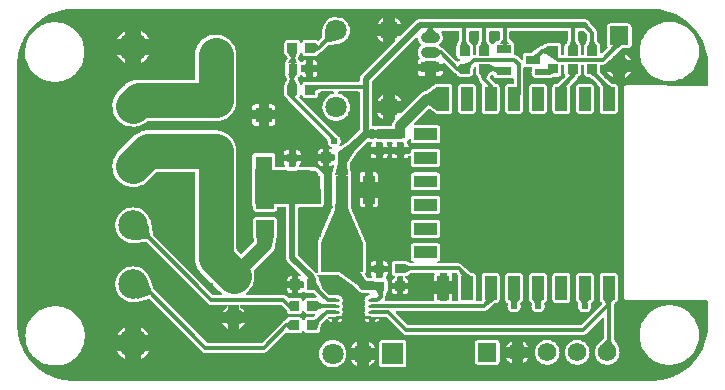
<source format=gtl>
G04 Layer: TopLayer*
G04 EasyEDA v6.4.25, 2021-12-01T16:26:12+03:00*
G04 b03321441de44a4fabc515ecf1a05e19,10*
G04 Gerber Generator version 0.2*
G04 Scale: 100 percent, Rotated: No, Reflected: No *
G04 Dimensions in millimeters *
G04 leading zeros omitted , absolute positions ,4 integer and 5 decimal *
%FSLAX45Y45*%
%MOMM*%

%ADD11C,0.3000*%
%ADD12C,1.2180*%
%ADD13C,0.7080*%
%ADD14C,3.0000*%
%ADD15C,0.9090*%
%ADD16C,0.7000*%
%ADD17C,0.5000*%
%ADD18C,0.5010*%
%ADD19C,0.2970*%
%ADD20C,0.8610*%
%ADD21C,0.2500*%
%ADD22C,0.6096*%
%ADD23R,1.5000X1.3350*%
%ADD24R,1.4707X1.2700*%
%ADD25R,1.0500X2.4650*%
%ADD27R,0.8000X0.9000*%
%ADD29R,0.9000X0.8000*%
%ADD30R,0.8640X0.8065*%
%ADD31R,1.0000X2.0000*%
%ADD33R,1.2500X0.7000*%
%ADD34C,1.8000*%
%ADD36C,1.5748*%
%ADD38C,1.7000*%
%ADD39C,1.6000*%
%ADD40C,2.5000*%
%ADD41R,1.6000X0.9000*%
%ADD42C,0.9000*%
%ADD43C,1.0000*%

%LPD*%
G36*
X-2449779Y-1574088D02*
G01*
X-2480106Y-1573123D01*
X-2509723Y-1570278D01*
X-2539136Y-1565605D01*
X-2568194Y-1559102D01*
X-2596794Y-1550771D01*
X-2624836Y-1540662D01*
X-2652115Y-1528826D01*
X-2678684Y-1515262D01*
X-2704287Y-1500124D01*
X-2728925Y-1483360D01*
X-2752445Y-1465072D01*
X-2774746Y-1445361D01*
X-2795778Y-1424279D01*
X-2815488Y-1401927D01*
X-2833725Y-1378407D01*
X-2850438Y-1353769D01*
X-2865577Y-1328115D01*
X-2879090Y-1301546D01*
X-2890875Y-1274216D01*
X-2900984Y-1246174D01*
X-2909265Y-1217574D01*
X-2915716Y-1188516D01*
X-2920390Y-1159103D01*
X-2923133Y-1129436D01*
X-2924098Y-1099464D01*
X-2924098Y1099464D01*
X-2923133Y1130096D01*
X-2920288Y1159713D01*
X-2915615Y1189126D01*
X-2909112Y1218184D01*
X-2900781Y1246784D01*
X-2890672Y1274826D01*
X-2878836Y1302156D01*
X-2865272Y1328674D01*
X-2850083Y1354277D01*
X-2833319Y1378915D01*
X-2815082Y1402435D01*
X-2795371Y1424736D01*
X-2774289Y1445818D01*
X-2751937Y1465478D01*
X-2728417Y1483715D01*
X-2703728Y1500428D01*
X-2678125Y1515567D01*
X-2651556Y1529080D01*
X-2624226Y1540916D01*
X-2596184Y1550974D01*
X-2567584Y1559255D01*
X-2538526Y1565706D01*
X-2509113Y1570380D01*
X-2479446Y1573174D01*
X-2449474Y1574088D01*
X2449474Y1574088D01*
X2480106Y1573123D01*
X2509723Y1570278D01*
X2539136Y1565605D01*
X2568194Y1559102D01*
X2596794Y1550771D01*
X2624836Y1540662D01*
X2652115Y1528826D01*
X2678684Y1515262D01*
X2704287Y1500124D01*
X2728925Y1483360D01*
X2752445Y1465072D01*
X2774746Y1445361D01*
X2795778Y1424279D01*
X2815488Y1401927D01*
X2833725Y1378407D01*
X2850438Y1353769D01*
X2865577Y1328115D01*
X2879090Y1301546D01*
X2890875Y1274216D01*
X2900984Y1246174D01*
X2909265Y1217574D01*
X2915716Y1188516D01*
X2920390Y1159103D01*
X2923133Y1129436D01*
X2924098Y1099464D01*
X2924098Y932281D01*
X2923286Y928369D01*
X2921101Y925068D01*
X2917748Y922883D01*
X2913837Y922121D01*
X2235962Y927608D01*
X2229662Y926947D01*
X2224176Y925068D01*
X2219248Y922019D01*
X2215134Y917956D01*
X2211984Y913079D01*
X2210054Y907694D01*
X2209292Y901090D01*
X2209292Y-863041D01*
X2209952Y-869137D01*
X2211832Y-874623D01*
X2214880Y-879551D01*
X2218944Y-883666D01*
X2223820Y-886815D01*
X2229256Y-888746D01*
X2235555Y-889508D01*
X2913989Y-894994D01*
X2917901Y-895756D01*
X2921152Y-897991D01*
X2923336Y-901293D01*
X2924098Y-905154D01*
X2924098Y-1099769D01*
X2923133Y-1130096D01*
X2920288Y-1159713D01*
X2915615Y-1189126D01*
X2909112Y-1218184D01*
X2900781Y-1246784D01*
X2890672Y-1274826D01*
X2878836Y-1302156D01*
X2865272Y-1328674D01*
X2850083Y-1354277D01*
X2833319Y-1378915D01*
X2815082Y-1402435D01*
X2795371Y-1424736D01*
X2774289Y-1445818D01*
X2751937Y-1465478D01*
X2728417Y-1483715D01*
X2703728Y-1500428D01*
X2678125Y-1515567D01*
X2651556Y-1529080D01*
X2624226Y-1540916D01*
X2596184Y-1550974D01*
X2567584Y-1559255D01*
X2538526Y-1565706D01*
X2509113Y-1570380D01*
X2479446Y-1573174D01*
X2449474Y-1574088D01*
G37*

%LPC*%
G36*
X121310Y1443278D02*
G01*
X173685Y1443278D01*
X173685Y1495602D01*
X169214Y1493469D01*
X156921Y1485696D01*
X145694Y1476400D01*
X135737Y1465783D01*
X127203Y1453997D01*
G37*
G36*
X-261264Y-1461871D02*
G01*
X-246735Y-1461871D01*
X-232308Y-1460042D01*
X-218186Y-1456436D01*
X-204673Y-1451051D01*
X-191922Y-1444040D01*
X-180136Y-1435506D01*
X-169519Y-1425549D01*
X-160223Y-1414322D01*
X-152450Y-1402029D01*
X-146253Y-1388872D01*
X-141732Y-1375003D01*
X-139039Y-1360728D01*
X-138125Y-1346200D01*
X-139039Y-1331671D01*
X-141732Y-1317396D01*
X-146253Y-1303528D01*
X-152450Y-1290370D01*
X-160223Y-1278077D01*
X-169519Y-1266850D01*
X-180136Y-1256893D01*
X-191922Y-1248359D01*
X-204673Y-1241348D01*
X-218186Y-1235964D01*
X-232308Y-1232357D01*
X-246735Y-1230528D01*
X-261264Y-1230528D01*
X-275691Y-1232357D01*
X-289814Y-1235964D01*
X-303326Y-1241348D01*
X-316077Y-1248359D01*
X-327863Y-1256893D01*
X-338480Y-1266850D01*
X-347776Y-1278077D01*
X-355549Y-1290370D01*
X-361746Y-1303528D01*
X-366268Y-1317396D01*
X-368960Y-1331671D01*
X-369874Y-1346200D01*
X-368960Y-1360728D01*
X-366268Y-1375003D01*
X-361746Y-1388872D01*
X-355549Y-1402029D01*
X-347776Y-1414322D01*
X-338480Y-1425549D01*
X-327863Y-1435506D01*
X-316077Y-1444040D01*
X-303326Y-1451051D01*
X-289814Y-1456436D01*
X-275691Y-1460042D01*
G37*
G36*
X-51358Y-1449933D02*
G01*
X-51358Y-1397558D01*
X-103682Y-1397558D01*
X-101549Y-1402029D01*
X-93776Y-1414322D01*
X-84480Y-1425549D01*
X-73863Y-1435506D01*
X-62077Y-1444040D01*
G37*
G36*
X51358Y-1449933D02*
G01*
X62077Y-1444040D01*
X73863Y-1435506D01*
X84480Y-1425549D01*
X93776Y-1414322D01*
X101549Y-1402029D01*
X103682Y-1397558D01*
X51358Y-1397558D01*
G37*
G36*
X-2604262Y-1445412D02*
G01*
X-2582367Y-1444498D01*
X-2560574Y-1441704D01*
X-2539136Y-1437030D01*
X-2518156Y-1430477D01*
X-2497886Y-1422146D01*
X-2478379Y-1412087D01*
X-2459837Y-1400352D01*
X-2442362Y-1387043D01*
X-2426157Y-1372260D01*
X-2411272Y-1356106D01*
X-2397861Y-1338732D01*
X-2385974Y-1320241D01*
X-2375814Y-1300835D01*
X-2367330Y-1280566D01*
X-2360676Y-1259636D01*
X-2355850Y-1238250D01*
X-2352954Y-1216507D01*
X-2351887Y-1194562D01*
X-2352802Y-1172616D01*
X-2355596Y-1150874D01*
X-2360269Y-1129436D01*
X-2366822Y-1108456D01*
X-2375154Y-1088186D01*
X-2385212Y-1068679D01*
X-2396947Y-1050137D01*
X-2410256Y-1032662D01*
X-2425039Y-1016457D01*
X-2441194Y-1001572D01*
X-2458567Y-988161D01*
X-2477058Y-976274D01*
X-2496464Y-966114D01*
X-2516733Y-957630D01*
X-2537663Y-950976D01*
X-2559050Y-946150D01*
X-2580792Y-943203D01*
X-2602738Y-942187D01*
X-2624683Y-943102D01*
X-2646426Y-945896D01*
X-2667863Y-950569D01*
X-2688844Y-957122D01*
X-2709113Y-965453D01*
X-2728620Y-975512D01*
X-2747162Y-987247D01*
X-2764637Y-1000556D01*
X-2780842Y-1015339D01*
X-2795727Y-1031494D01*
X-2809138Y-1048867D01*
X-2821025Y-1067308D01*
X-2831185Y-1086764D01*
X-2839669Y-1107033D01*
X-2846324Y-1127912D01*
X-2851150Y-1149350D01*
X-2854096Y-1171092D01*
X-2855112Y-1193038D01*
X-2854198Y-1214932D01*
X-2851404Y-1236726D01*
X-2846730Y-1258163D01*
X-2840177Y-1279144D01*
X-2831846Y-1299413D01*
X-2821787Y-1318920D01*
X-2810052Y-1337462D01*
X-2796743Y-1354937D01*
X-2781960Y-1371142D01*
X-2765806Y-1386027D01*
X-2748432Y-1399438D01*
X-2729992Y-1411325D01*
X-2710535Y-1421485D01*
X-2690266Y-1429969D01*
X-2669387Y-1436624D01*
X-2647950Y-1441450D01*
X-2626207Y-1444345D01*
G37*
G36*
X2596388Y-1439062D02*
G01*
X2618333Y-1438148D01*
X2640076Y-1435354D01*
X2661513Y-1430680D01*
X2682494Y-1424127D01*
X2702763Y-1415796D01*
X2722270Y-1405737D01*
X2740812Y-1394002D01*
X2758287Y-1380693D01*
X2774492Y-1365910D01*
X2789377Y-1349756D01*
X2802788Y-1332382D01*
X2814675Y-1313891D01*
X2824835Y-1294485D01*
X2833319Y-1274216D01*
X2839974Y-1253337D01*
X2844800Y-1231900D01*
X2847746Y-1210157D01*
X2848762Y-1188212D01*
X2847848Y-1166266D01*
X2845054Y-1144524D01*
X2840380Y-1123086D01*
X2833827Y-1102106D01*
X2825496Y-1081836D01*
X2815437Y-1062329D01*
X2803702Y-1043787D01*
X2790393Y-1026312D01*
X2775610Y-1010107D01*
X2759456Y-995222D01*
X2742082Y-981811D01*
X2723591Y-969924D01*
X2704185Y-959764D01*
X2683916Y-951280D01*
X2663037Y-944626D01*
X2641600Y-939800D01*
X2619857Y-936853D01*
X2597912Y-935837D01*
X2575966Y-936752D01*
X2554224Y-939546D01*
X2532786Y-944219D01*
X2511806Y-950772D01*
X2491536Y-959103D01*
X2472029Y-969162D01*
X2453487Y-980897D01*
X2436012Y-994206D01*
X2419807Y-1008989D01*
X2404922Y-1025144D01*
X2391511Y-1042517D01*
X2379624Y-1061008D01*
X2369464Y-1080414D01*
X2360980Y-1100683D01*
X2354326Y-1121562D01*
X2349500Y-1143000D01*
X2346553Y-1164742D01*
X2345537Y-1186688D01*
X2346452Y-1208633D01*
X2349246Y-1230376D01*
X2353919Y-1251813D01*
X2360472Y-1272794D01*
X2368804Y-1293063D01*
X2378862Y-1312570D01*
X2390597Y-1331112D01*
X2403906Y-1348587D01*
X2418689Y-1364792D01*
X2434844Y-1379677D01*
X2452217Y-1393088D01*
X2470708Y-1404975D01*
X2490114Y-1415135D01*
X2510383Y-1423619D01*
X2531262Y-1430274D01*
X2552700Y-1435100D01*
X2574442Y-1438046D01*
G37*
G36*
X1562100Y-1438148D02*
G01*
X1575765Y-1437233D01*
X1589176Y-1434541D01*
X1602130Y-1430172D01*
X1614424Y-1424127D01*
X1625803Y-1416507D01*
X1636064Y-1407464D01*
X1645107Y-1397203D01*
X1652727Y-1385824D01*
X1658772Y-1373530D01*
X1663141Y-1360576D01*
X1665833Y-1347165D01*
X1666748Y-1333500D01*
X1665833Y-1319834D01*
X1663141Y-1306423D01*
X1658772Y-1293469D01*
X1652727Y-1281176D01*
X1645107Y-1269796D01*
X1636064Y-1259535D01*
X1625803Y-1250492D01*
X1614424Y-1242872D01*
X1602130Y-1236827D01*
X1589176Y-1232458D01*
X1575765Y-1229766D01*
X1562100Y-1228852D01*
X1548434Y-1229766D01*
X1535023Y-1232458D01*
X1522069Y-1236827D01*
X1509776Y-1242872D01*
X1498396Y-1250492D01*
X1488135Y-1259535D01*
X1479092Y-1269796D01*
X1471472Y-1281176D01*
X1465427Y-1293469D01*
X1461058Y-1306423D01*
X1458366Y-1319834D01*
X1457452Y-1333500D01*
X1458366Y-1347165D01*
X1461058Y-1360576D01*
X1465427Y-1373530D01*
X1471472Y-1385824D01*
X1479092Y-1397203D01*
X1488135Y-1407464D01*
X1498396Y-1416507D01*
X1509776Y-1424127D01*
X1522069Y-1430172D01*
X1535023Y-1434541D01*
X1548434Y-1437233D01*
G37*
G36*
X1816100Y-1438148D02*
G01*
X1829765Y-1437233D01*
X1843176Y-1434541D01*
X1856130Y-1430172D01*
X1868424Y-1424127D01*
X1879803Y-1416507D01*
X1890064Y-1407464D01*
X1899107Y-1397203D01*
X1906727Y-1385824D01*
X1912772Y-1373530D01*
X1917141Y-1360576D01*
X1919833Y-1347165D01*
X1920748Y-1333500D01*
X1919833Y-1319834D01*
X1917141Y-1306423D01*
X1912772Y-1293469D01*
X1906727Y-1281176D01*
X1899107Y-1269796D01*
X1890064Y-1259535D01*
X1879803Y-1250492D01*
X1868424Y-1242872D01*
X1856130Y-1236827D01*
X1843176Y-1232458D01*
X1829765Y-1229766D01*
X1816100Y-1228852D01*
X1802434Y-1229766D01*
X1789023Y-1232458D01*
X1776069Y-1236827D01*
X1763775Y-1242872D01*
X1752396Y-1250492D01*
X1742135Y-1259535D01*
X1733092Y-1269796D01*
X1725472Y-1281176D01*
X1719427Y-1293469D01*
X1715058Y-1306423D01*
X1712366Y-1319834D01*
X1711452Y-1333500D01*
X1712366Y-1347165D01*
X1715058Y-1360576D01*
X1719427Y-1373530D01*
X1725472Y-1385824D01*
X1733092Y-1397203D01*
X1742135Y-1407464D01*
X1752396Y-1416507D01*
X1763775Y-1424127D01*
X1776069Y-1430172D01*
X1789023Y-1434541D01*
X1802434Y-1437233D01*
G37*
G36*
X975918Y-1438148D02*
G01*
X1132281Y-1438148D01*
X1138580Y-1437436D01*
X1144066Y-1435506D01*
X1148943Y-1432458D01*
X1153058Y-1428343D01*
X1156106Y-1423466D01*
X1158036Y-1417980D01*
X1158748Y-1411681D01*
X1158748Y-1255318D01*
X1158036Y-1249019D01*
X1156106Y-1243533D01*
X1153058Y-1238656D01*
X1148943Y-1234541D01*
X1144066Y-1231493D01*
X1138580Y-1229563D01*
X1132281Y-1228852D01*
X975918Y-1228852D01*
X969619Y-1229563D01*
X964133Y-1231493D01*
X959256Y-1234541D01*
X955141Y-1238656D01*
X952093Y-1243533D01*
X950163Y-1249019D01*
X949452Y-1255318D01*
X949452Y-1411681D01*
X950163Y-1417980D01*
X952093Y-1423466D01*
X955141Y-1428343D01*
X959256Y-1432458D01*
X964133Y-1435506D01*
X969619Y-1437436D01*
G37*
G36*
X2070100Y-1438148D02*
G01*
X2083765Y-1437233D01*
X2097176Y-1434541D01*
X2110130Y-1430172D01*
X2122424Y-1424127D01*
X2133803Y-1416507D01*
X2144064Y-1407464D01*
X2153107Y-1397203D01*
X2160727Y-1385824D01*
X2166772Y-1373530D01*
X2171141Y-1360576D01*
X2173833Y-1347165D01*
X2174748Y-1333500D01*
X2173833Y-1319834D01*
X2171141Y-1306423D01*
X2166772Y-1293469D01*
X2160625Y-1281023D01*
X2125726Y-1224127D01*
X2124608Y-1221587D01*
X2124202Y-1218793D01*
X2124202Y-940866D01*
X2125268Y-936345D01*
X2134971Y-916990D01*
X2137359Y-913892D01*
X2140712Y-911961D01*
X2144369Y-910640D01*
X2149246Y-907592D01*
X2153361Y-903478D01*
X2156460Y-898601D01*
X2158339Y-893114D01*
X2159050Y-886815D01*
X2159050Y-687933D01*
X2158339Y-681634D01*
X2156460Y-676148D01*
X2153361Y-671271D01*
X2149246Y-667156D01*
X2144369Y-664108D01*
X2138883Y-662178D01*
X2132584Y-661466D01*
X2033727Y-661466D01*
X2027428Y-662178D01*
X2021941Y-664108D01*
X2017064Y-667156D01*
X2012950Y-671271D01*
X2009851Y-676148D01*
X2007971Y-681634D01*
X2007260Y-687933D01*
X2007260Y-886815D01*
X2007971Y-893114D01*
X2009851Y-898601D01*
X2012950Y-903478D01*
X2017014Y-907542D01*
X2023059Y-911301D01*
X2025802Y-913739D01*
X2027428Y-916990D01*
X2027885Y-920597D01*
X2026970Y-924153D01*
X2024938Y-927150D01*
X1852930Y-1099108D01*
X1849628Y-1101344D01*
X1845767Y-1102106D01*
X389432Y-1102106D01*
X385572Y-1101344D01*
X382270Y-1099108D01*
X281736Y-998575D01*
X279501Y-995273D01*
X278739Y-991362D01*
X279501Y-987501D01*
X281736Y-984199D01*
X284988Y-982014D01*
X288899Y-981202D01*
X1027684Y-981202D01*
X1036167Y-980389D01*
X1043838Y-978052D01*
X1050899Y-974293D01*
X1057452Y-968857D01*
X1074826Y-951687D01*
X1124356Y-915314D01*
X1127201Y-913841D01*
X1138885Y-912621D01*
X1144371Y-910742D01*
X1149248Y-907643D01*
X1153363Y-903579D01*
X1156462Y-898652D01*
X1158341Y-893216D01*
X1159052Y-886866D01*
X1159052Y-688035D01*
X1158341Y-681685D01*
X1156462Y-676249D01*
X1153363Y-671322D01*
X1149248Y-667258D01*
X1144371Y-664159D01*
X1138885Y-662279D01*
X1132586Y-661568D01*
X1033729Y-661568D01*
X1027379Y-662279D01*
X1021943Y-664159D01*
X1017066Y-667258D01*
X1012952Y-671322D01*
X1009853Y-676249D01*
X1007973Y-681685D01*
X1007262Y-688035D01*
X1007262Y-886866D01*
X1006957Y-892302D01*
X1004874Y-896010D01*
X1001420Y-898499D01*
X997305Y-899414D01*
X969010Y-899414D01*
X964844Y-898499D01*
X961440Y-896010D01*
X959307Y-892302D01*
X959053Y-886764D01*
X959053Y-687882D01*
X958342Y-681583D01*
X956462Y-676097D01*
X953363Y-671220D01*
X949248Y-667105D01*
X944371Y-664057D01*
X938885Y-662127D01*
X932586Y-661416D01*
X927150Y-661416D01*
X924001Y-660908D01*
X921105Y-659434D01*
X870407Y-622046D01*
X842060Y-593750D01*
X835507Y-588314D01*
X828446Y-584555D01*
X820775Y-582218D01*
X812292Y-581406D01*
X643737Y-581406D01*
X639775Y-580593D01*
X636473Y-578307D01*
X634288Y-574903D01*
X633577Y-570890D01*
X634542Y-566978D01*
X636930Y-563727D01*
X640384Y-561644D01*
X644296Y-560273D01*
X649173Y-557174D01*
X653288Y-553110D01*
X656386Y-548182D01*
X658266Y-542747D01*
X658977Y-536448D01*
X658977Y-437540D01*
X658266Y-431241D01*
X656386Y-425805D01*
X653288Y-420878D01*
X649173Y-416814D01*
X644296Y-413715D01*
X638810Y-411784D01*
X632510Y-411073D01*
X433628Y-411073D01*
X427329Y-411784D01*
X421843Y-413715D01*
X416966Y-416814D01*
X412851Y-420878D01*
X409803Y-425805D01*
X407873Y-431241D01*
X407162Y-437540D01*
X407162Y-536448D01*
X407873Y-542747D01*
X409803Y-548182D01*
X412851Y-553110D01*
X416966Y-557174D01*
X421843Y-560273D01*
X425754Y-561644D01*
X429259Y-563727D01*
X431647Y-566978D01*
X432562Y-570890D01*
X431901Y-574903D01*
X429717Y-578307D01*
X426364Y-580593D01*
X422401Y-581406D01*
X414223Y-581406D01*
X409651Y-580339D01*
X380796Y-565861D01*
X376834Y-562660D01*
X371906Y-559562D01*
X366471Y-557631D01*
X360121Y-556920D01*
X274878Y-556920D01*
X268528Y-557631D01*
X263093Y-559562D01*
X258165Y-562660D01*
X254101Y-566724D01*
X251002Y-571652D01*
X249123Y-577088D01*
X248412Y-583438D01*
X248412Y-662940D01*
X249123Y-669239D01*
X251002Y-674725D01*
X254101Y-679602D01*
X258165Y-683717D01*
X263093Y-686765D01*
X269138Y-688898D01*
X272694Y-691032D01*
X275132Y-694436D01*
X275945Y-698500D01*
X275132Y-702564D01*
X272694Y-705967D01*
X269138Y-708101D01*
X263093Y-710234D01*
X258165Y-713282D01*
X254101Y-717397D01*
X251002Y-722274D01*
X249123Y-727760D01*
X248412Y-734060D01*
X248412Y-747318D01*
X289560Y-747318D01*
X289560Y-699566D01*
X290322Y-695655D01*
X292506Y-692404D01*
X295808Y-690168D01*
X299720Y-689406D01*
X335280Y-689406D01*
X339191Y-690168D01*
X342493Y-692404D01*
X344678Y-695655D01*
X345440Y-699566D01*
X345440Y-747318D01*
X386588Y-747318D01*
X386588Y-734060D01*
X385876Y-727760D01*
X383997Y-722274D01*
X380898Y-717397D01*
X376834Y-713282D01*
X371906Y-710234D01*
X365861Y-708101D01*
X362305Y-705967D01*
X359867Y-702564D01*
X359054Y-698500D01*
X359867Y-694436D01*
X362305Y-691032D01*
X365861Y-688898D01*
X371906Y-686765D01*
X376834Y-683717D01*
X381660Y-678891D01*
X384302Y-676960D01*
X409651Y-664260D01*
X414223Y-663194D01*
X599998Y-663194D01*
X603808Y-663956D01*
X607060Y-666038D01*
X609244Y-669188D01*
X610158Y-672896D01*
X609600Y-676706D01*
X607974Y-681431D01*
X607263Y-687730D01*
X607263Y-730808D01*
X651814Y-730808D01*
X651814Y-673354D01*
X652576Y-669493D01*
X654761Y-666191D01*
X658063Y-664006D01*
X661974Y-663194D01*
X704342Y-663194D01*
X708253Y-664006D01*
X711504Y-666191D01*
X713740Y-669493D01*
X714502Y-673354D01*
X714502Y-730808D01*
X759053Y-730808D01*
X759053Y-687730D01*
X758342Y-681431D01*
X756716Y-676706D01*
X756158Y-672896D01*
X757072Y-669188D01*
X759256Y-666038D01*
X762508Y-663956D01*
X766318Y-663194D01*
X788619Y-663194D01*
X791972Y-663752D01*
X794918Y-665378D01*
X797204Y-667918D01*
X805738Y-681278D01*
X807059Y-684428D01*
X807262Y-687882D01*
X807262Y-886764D01*
X807008Y-892302D01*
X804875Y-896010D01*
X801471Y-898499D01*
X797306Y-899414D01*
X769010Y-899414D01*
X764844Y-898499D01*
X761390Y-896010D01*
X759307Y-892302D01*
X758901Y-888085D01*
X759053Y-886612D01*
X759053Y-843534D01*
X714502Y-843534D01*
X714502Y-889253D01*
X713740Y-893114D01*
X711504Y-896416D01*
X708253Y-898652D01*
X704342Y-899414D01*
X661974Y-899414D01*
X658063Y-898652D01*
X654761Y-896416D01*
X652576Y-893114D01*
X651814Y-889253D01*
X651814Y-843534D01*
X607263Y-843534D01*
X607263Y-886612D01*
X607415Y-888085D01*
X607009Y-892302D01*
X604875Y-896010D01*
X601472Y-898499D01*
X597306Y-899414D01*
X196342Y-899414D01*
X192227Y-898550D01*
X188874Y-896112D01*
X186740Y-892556D01*
X186182Y-888441D01*
X187350Y-884428D01*
X190144Y-879246D01*
X192481Y-871575D01*
X193294Y-863092D01*
X193294Y-860196D01*
X194005Y-856538D01*
X208737Y-818134D01*
X209854Y-814476D01*
X210616Y-807923D01*
X210616Y-729081D01*
X209905Y-722731D01*
X207975Y-717296D01*
X204927Y-712368D01*
X200812Y-708304D01*
X198932Y-707085D01*
X195986Y-704291D01*
X194360Y-700532D01*
X194360Y-696468D01*
X195986Y-692708D01*
X198932Y-689914D01*
X200812Y-688695D01*
X204927Y-684631D01*
X207975Y-679704D01*
X209905Y-674268D01*
X210616Y-667918D01*
X210616Y-654862D01*
X168554Y-654862D01*
X168554Y-692404D01*
X167792Y-696315D01*
X165557Y-699617D01*
X162255Y-701802D01*
X158394Y-702564D01*
X121005Y-702564D01*
X117144Y-701802D01*
X113842Y-699617D01*
X111607Y-696315D01*
X110845Y-692404D01*
X110845Y-654862D01*
X68783Y-654862D01*
X68783Y-667918D01*
X69494Y-674268D01*
X71424Y-679704D01*
X74472Y-684631D01*
X76555Y-686663D01*
X78689Y-689864D01*
X79502Y-693623D01*
X78841Y-697433D01*
X76809Y-700735D01*
X73710Y-703021D01*
X69951Y-703986D01*
X47752Y-705256D01*
X44246Y-704850D01*
X41046Y-703224D01*
X38608Y-700582D01*
X21590Y-673862D01*
X20167Y-670356D01*
X20167Y-666546D01*
X22504Y-661517D01*
X24384Y-656031D01*
X25095Y-649732D01*
X25095Y-412902D01*
X25806Y-407416D01*
X25400Y-401726D01*
X22402Y-392480D01*
X21386Y-390652D01*
X-99974Y-111455D01*
X-100787Y-106883D01*
X-99415Y-78536D01*
X-99415Y167487D01*
X-99568Y170637D01*
X-106781Y240029D01*
X-105867Y261924D01*
X-105410Y264464D01*
X-104343Y266801D01*
X-53746Y348437D01*
X-52324Y350266D01*
X46024Y448614D01*
X49682Y450951D01*
X53949Y451561D01*
X70459Y450342D01*
X74168Y449326D01*
X77216Y446989D01*
X79197Y443738D01*
X79857Y439928D01*
X79044Y436168D01*
X76860Y433019D01*
X74472Y430631D01*
X71424Y425704D01*
X69494Y420268D01*
X68783Y413918D01*
X68783Y400862D01*
X110845Y400862D01*
X110845Y437997D01*
X111506Y441553D01*
X113385Y444703D01*
X116281Y446938D01*
X119735Y448056D01*
X123393Y447852D01*
X128930Y446532D01*
X140106Y445668D01*
X158394Y445668D01*
X162255Y444855D01*
X165557Y442671D01*
X167792Y439369D01*
X168554Y435508D01*
X168554Y400862D01*
X210616Y400862D01*
X210616Y413918D01*
X209905Y420268D01*
X207975Y425704D01*
X205232Y430072D01*
X203758Y434136D01*
X204114Y438404D01*
X206197Y442163D01*
X209651Y444754D01*
X213867Y445668D01*
X243332Y445668D01*
X247548Y444754D01*
X251002Y442163D01*
X253085Y438404D01*
X253441Y434136D01*
X251967Y430072D01*
X249224Y425704D01*
X247294Y420268D01*
X246583Y413918D01*
X246583Y400862D01*
X288645Y400862D01*
X288645Y435508D01*
X289407Y439369D01*
X291642Y442671D01*
X294944Y444855D01*
X298805Y445668D01*
X317093Y445668D01*
X328269Y446532D01*
X333806Y447852D01*
X337464Y448056D01*
X340969Y446938D01*
X343814Y444703D01*
X345694Y441553D01*
X346354Y437997D01*
X346354Y400862D01*
X388416Y400862D01*
X388416Y413918D01*
X387705Y420268D01*
X385775Y425704D01*
X382727Y430631D01*
X378612Y434695D01*
X376732Y435914D01*
X373786Y438708D01*
X372160Y442468D01*
X372160Y446532D01*
X373786Y450291D01*
X376732Y453085D01*
X378612Y454304D01*
X382727Y458368D01*
X385775Y463296D01*
X387400Y467868D01*
X389483Y471373D01*
X392734Y473760D01*
X396646Y474675D01*
X400659Y474014D01*
X404063Y471830D01*
X406349Y468477D01*
X407873Y456946D01*
X409752Y451459D01*
X412851Y446582D01*
X416966Y442468D01*
X421843Y439369D01*
X427278Y437489D01*
X433628Y436778D01*
X632460Y436778D01*
X638810Y437489D01*
X644245Y439369D01*
X649173Y442468D01*
X653237Y446582D01*
X656336Y451459D01*
X658266Y456946D01*
X658977Y463245D01*
X658977Y562102D01*
X658266Y568401D01*
X656336Y573887D01*
X653237Y578764D01*
X649173Y582879D01*
X644245Y585978D01*
X638810Y587857D01*
X632460Y588568D01*
X443941Y588568D01*
X440029Y589330D01*
X436727Y591566D01*
X434543Y594868D01*
X433781Y598728D01*
X434543Y602640D01*
X436727Y605942D01*
X554482Y723646D01*
X557276Y725627D01*
X560628Y726592D01*
X564032Y726338D01*
X567232Y724966D01*
X618693Y691286D01*
X621741Y689559D01*
X627380Y687578D01*
X633730Y686866D01*
X732586Y686866D01*
X738886Y687578D01*
X744372Y689508D01*
X749249Y692556D01*
X753364Y696671D01*
X756462Y701548D01*
X758342Y707034D01*
X759053Y713333D01*
X759053Y912215D01*
X758342Y918514D01*
X756462Y924001D01*
X753364Y928878D01*
X749249Y932992D01*
X744372Y936040D01*
X738886Y937971D01*
X732586Y938682D01*
X633730Y938682D01*
X627430Y937971D01*
X621639Y935939D01*
X618693Y934262D01*
X539445Y882446D01*
X536244Y881075D01*
X524814Y878332D01*
X514807Y874217D01*
X505561Y868578D01*
X497078Y861263D01*
X329082Y693318D01*
X325780Y691083D01*
X321919Y690321D01*
X276402Y690321D01*
X276402Y644804D01*
X275640Y640943D01*
X273405Y637641D01*
X269036Y633222D01*
X261721Y624738D01*
X256082Y615492D01*
X251967Y605485D01*
X249428Y594969D01*
X249275Y592937D01*
X248259Y589280D01*
X246024Y586282D01*
X242824Y584250D01*
X239115Y583539D01*
X140106Y583539D01*
X128930Y582676D01*
X120599Y580694D01*
X118211Y580390D01*
X94996Y580390D01*
X87579Y579983D01*
X83515Y580542D01*
X80010Y582726D01*
X77622Y586079D01*
X76809Y590092D01*
X76809Y953109D01*
X77571Y957021D01*
X79806Y960272D01*
X449122Y1329639D01*
X452272Y1331772D01*
X456031Y1332585D01*
X459841Y1331976D01*
X463092Y1329994D01*
X465429Y1326946D01*
X469087Y1311605D01*
X473354Y1301343D01*
X479145Y1291844D01*
X486359Y1283360D01*
X493014Y1277721D01*
X495655Y1274267D01*
X496570Y1270000D01*
X495655Y1265732D01*
X493014Y1262278D01*
X486359Y1256639D01*
X479145Y1248156D01*
X473354Y1238656D01*
X469087Y1228394D01*
X466496Y1217574D01*
X465632Y1206500D01*
X466496Y1195425D01*
X469087Y1184605D01*
X473354Y1174343D01*
X479145Y1164844D01*
X481380Y1162202D01*
X483463Y1158392D01*
X483717Y1154074D01*
X482142Y1150061D01*
X479094Y1147013D01*
X475386Y1144727D01*
X471271Y1140612D01*
X468223Y1135735D01*
X466293Y1130249D01*
X465582Y1123950D01*
X465582Y1108354D01*
X525170Y1108354D01*
X525170Y1125524D01*
X525983Y1129588D01*
X528421Y1132992D01*
X531977Y1135126D01*
X536905Y1135583D01*
X606094Y1135583D01*
X611022Y1135126D01*
X614578Y1132992D01*
X617016Y1129588D01*
X617829Y1125524D01*
X617829Y1108354D01*
X677468Y1108354D01*
X678535Y1112012D01*
X680872Y1114958D01*
X684174Y1116888D01*
X687933Y1117498D01*
X691591Y1116634D01*
X694740Y1114501D01*
X770178Y1039114D01*
X776681Y1033729D01*
X784961Y1029411D01*
X787654Y1027379D01*
X794969Y1019657D01*
X800201Y1011224D01*
X804265Y1007160D01*
X809193Y1004062D01*
X814628Y1002131D01*
X820978Y1001420D01*
X906221Y1001420D01*
X912571Y1002131D01*
X918006Y1004062D01*
X922934Y1007160D01*
X926998Y1011224D01*
X930097Y1016152D01*
X931976Y1021587D01*
X932687Y1027937D01*
X932687Y1055674D01*
X933348Y1059230D01*
X939952Y1076553D01*
X942086Y1079957D01*
X945337Y1082243D01*
X949248Y1083106D01*
X953211Y1082395D01*
X956564Y1080211D01*
X958799Y1076909D01*
X959612Y1072946D01*
X959612Y1027937D01*
X960323Y1021587D01*
X962202Y1016152D01*
X965301Y1011224D01*
X969365Y1007160D01*
X973378Y1004163D01*
X974953Y1001877D01*
X987196Y977392D01*
X988263Y973836D01*
X988618Y969924D01*
X990955Y962253D01*
X994714Y955192D01*
X1000150Y948639D01*
X1009853Y938885D01*
X1011834Y936091D01*
X1012748Y932840D01*
X1012596Y929436D01*
X1011275Y926287D01*
X1009853Y924052D01*
X1007973Y918616D01*
X1007262Y912266D01*
X1007262Y713435D01*
X1007973Y707085D01*
X1009853Y701649D01*
X1012952Y696722D01*
X1017066Y692658D01*
X1021943Y689559D01*
X1027379Y687679D01*
X1033729Y686917D01*
X1132586Y686917D01*
X1138885Y687679D01*
X1144371Y689559D01*
X1149248Y692658D01*
X1153363Y696722D01*
X1156462Y701649D01*
X1158341Y707085D01*
X1159052Y713435D01*
X1159052Y912266D01*
X1158341Y918616D01*
X1156462Y924052D01*
X1153363Y928979D01*
X1149248Y933043D01*
X1144371Y936142D01*
X1138885Y938021D01*
X1132586Y938733D01*
X1128674Y938733D01*
X1124305Y939749D01*
X1119581Y942543D01*
X1117041Y946251D01*
X1111605Y952804D01*
X1080973Y983487D01*
X1078687Y986993D01*
X1078026Y991108D01*
X1079093Y995171D01*
X1082446Y1001877D01*
X1084021Y1004163D01*
X1088034Y1007160D01*
X1090879Y1010005D01*
X1094232Y1012291D01*
X1098397Y1013358D01*
X1102614Y1012596D01*
X1106170Y1010208D01*
X1108405Y1006551D01*
X1110030Y1001776D01*
X1113129Y996899D01*
X1117193Y992784D01*
X1122121Y989736D01*
X1127556Y987806D01*
X1133906Y987094D01*
X1257757Y987094D01*
X1264107Y987806D01*
X1266393Y988618D01*
X1270203Y989177D01*
X1273911Y988263D01*
X1277061Y986028D01*
X1279144Y982827D01*
X1279906Y979017D01*
X1279906Y948893D01*
X1279144Y945032D01*
X1276908Y941730D01*
X1273606Y939546D01*
X1269746Y938733D01*
X1233728Y938733D01*
X1227378Y938021D01*
X1221943Y936142D01*
X1217066Y933043D01*
X1212951Y928979D01*
X1209852Y924052D01*
X1207973Y918616D01*
X1207262Y912266D01*
X1207262Y713435D01*
X1207973Y707085D01*
X1209852Y701649D01*
X1212951Y696722D01*
X1217066Y692658D01*
X1221943Y689559D01*
X1227378Y687679D01*
X1233728Y686917D01*
X1332585Y686917D01*
X1338884Y687679D01*
X1344371Y689559D01*
X1349248Y692658D01*
X1353362Y696722D01*
X1356461Y701649D01*
X1358341Y707085D01*
X1359052Y713435D01*
X1359052Y834948D01*
X1359509Y837895D01*
X1360881Y842416D01*
X1361694Y850900D01*
X1361694Y1074013D01*
X1362456Y1077823D01*
X1364538Y1081024D01*
X1367688Y1083259D01*
X1371396Y1084173D01*
X1375206Y1083614D01*
X1377492Y1082802D01*
X1383842Y1082090D01*
X1426972Y1082090D01*
X1430934Y1081278D01*
X1434287Y1078992D01*
X1436471Y1075588D01*
X1437132Y1071575D01*
X1436217Y1067612D01*
X1432966Y1060653D01*
X1430426Y1051204D01*
X1429562Y1041400D01*
X1430426Y1031595D01*
X1432966Y1022146D01*
X1437081Y1013206D01*
X1442720Y1005179D01*
X1449679Y998219D01*
X1457706Y992581D01*
X1466646Y988466D01*
X1476095Y985926D01*
X1485900Y985062D01*
X1495704Y985926D01*
X1505153Y988466D01*
X1507490Y989533D01*
X1511808Y990498D01*
X1586534Y990498D01*
X1591157Y990701D01*
X1595577Y991260D01*
X1599895Y992225D01*
X1604162Y993546D01*
X1608226Y995273D01*
X1612188Y997305D01*
X1616151Y999845D01*
X1618742Y1001014D01*
X1621586Y1001420D01*
X1655521Y1001420D01*
X1661871Y1002131D01*
X1667306Y1004062D01*
X1672234Y1007160D01*
X1676298Y1011224D01*
X1679397Y1016152D01*
X1681276Y1021587D01*
X1681988Y1027937D01*
X1681988Y1091946D01*
X1682800Y1095806D01*
X1684985Y1099108D01*
X1688287Y1101293D01*
X1692148Y1102106D01*
X1698752Y1102106D01*
X1702612Y1101293D01*
X1705914Y1099108D01*
X1708099Y1095806D01*
X1708912Y1091946D01*
X1708912Y1027937D01*
X1709623Y1021587D01*
X1711502Y1016203D01*
X1715566Y1009954D01*
X1716938Y1006754D01*
X1717192Y1003350D01*
X1716227Y999998D01*
X1714246Y997203D01*
X1694738Y977646D01*
X1644599Y940714D01*
X1641754Y939241D01*
X1638604Y938733D01*
X1633728Y938733D01*
X1627428Y938021D01*
X1621942Y936142D01*
X1617065Y933043D01*
X1612950Y928979D01*
X1609852Y924052D01*
X1607972Y918616D01*
X1607261Y912266D01*
X1607261Y713435D01*
X1607972Y707085D01*
X1609852Y701649D01*
X1612950Y696722D01*
X1617065Y692658D01*
X1621942Y689559D01*
X1627428Y687679D01*
X1633728Y686917D01*
X1732584Y686917D01*
X1738884Y687679D01*
X1744370Y689559D01*
X1749247Y692658D01*
X1753362Y696722D01*
X1756460Y701649D01*
X1758340Y707085D01*
X1759051Y713435D01*
X1759000Y917397D01*
X1760372Y920597D01*
X1772818Y940155D01*
X1774189Y941882D01*
X1806448Y974140D01*
X1811832Y980694D01*
X1815846Y988517D01*
X1818132Y992428D01*
X1825447Y1000404D01*
X1827326Y1001979D01*
X1832406Y1004062D01*
X1837334Y1007160D01*
X1841398Y1011224D01*
X1844497Y1016152D01*
X1846376Y1021587D01*
X1847088Y1027937D01*
X1847088Y1091946D01*
X1847900Y1095806D01*
X1850085Y1099108D01*
X1853387Y1101293D01*
X1857248Y1102106D01*
X1863852Y1102106D01*
X1867712Y1101293D01*
X1871014Y1099108D01*
X1873199Y1095806D01*
X1874012Y1091946D01*
X1874012Y1027937D01*
X1874723Y1021587D01*
X1876602Y1016152D01*
X1879701Y1011224D01*
X1883765Y1007160D01*
X1888693Y1004062D01*
X1894128Y1002131D01*
X1900478Y1001420D01*
X1908200Y1001420D01*
X1911350Y1000963D01*
X1914194Y999490D01*
X1964334Y962558D01*
X1985010Y941882D01*
X1986381Y940155D01*
X2005634Y909929D01*
X2006854Y907338D01*
X2007260Y904494D01*
X2007260Y713435D01*
X2007971Y707085D01*
X2009851Y701649D01*
X2012950Y696722D01*
X2017064Y692658D01*
X2021941Y689559D01*
X2027428Y687679D01*
X2033727Y686917D01*
X2132584Y686917D01*
X2138883Y687679D01*
X2144369Y689559D01*
X2149246Y692658D01*
X2153361Y696722D01*
X2156460Y701649D01*
X2158339Y707085D01*
X2159050Y713435D01*
X2159050Y912266D01*
X2158339Y918616D01*
X2156460Y924052D01*
X2153361Y928979D01*
X2149246Y933043D01*
X2144369Y936142D01*
X2138883Y938021D01*
X2132584Y938733D01*
X2120595Y938733D01*
X2117445Y939241D01*
X2114600Y940714D01*
X2064461Y977646D01*
X2041601Y1000607D01*
X2014524Y1033780D01*
X2012797Y1036777D01*
X2012188Y1040231D01*
X2012188Y1091946D01*
X2013000Y1095806D01*
X2015185Y1099108D01*
X2018487Y1101293D01*
X2022348Y1102106D01*
X2031492Y1102106D01*
X2039975Y1102918D01*
X2047646Y1105255D01*
X2054707Y1109014D01*
X2061260Y1114450D01*
X2084933Y1138072D01*
X2088235Y1140256D01*
X2092096Y1141069D01*
X2122830Y1141069D01*
X2122830Y1171803D01*
X2123643Y1175664D01*
X2125827Y1178966D01*
X2150211Y1203198D01*
X2199792Y1239570D01*
X2202637Y1241044D01*
X2205786Y1241552D01*
X2249881Y1241552D01*
X2256180Y1242263D01*
X2261666Y1244193D01*
X2266543Y1247241D01*
X2270658Y1251356D01*
X2273706Y1256233D01*
X2275636Y1261719D01*
X2276348Y1268018D01*
X2276348Y1424381D01*
X2275636Y1430680D01*
X2273706Y1436166D01*
X2270658Y1441043D01*
X2266543Y1445158D01*
X2261666Y1448206D01*
X2256180Y1450136D01*
X2249881Y1450848D01*
X2093518Y1450848D01*
X2087219Y1450136D01*
X2081733Y1448206D01*
X2076856Y1445158D01*
X2072741Y1441043D01*
X2069693Y1436166D01*
X2067763Y1430680D01*
X2067052Y1424381D01*
X2067052Y1268018D01*
X2067763Y1261719D01*
X2069693Y1256233D01*
X2071928Y1252677D01*
X2073300Y1249172D01*
X2073300Y1245362D01*
X2071878Y1241806D01*
X2069134Y1237996D01*
X2029561Y1198422D01*
X2026259Y1196187D01*
X2022348Y1195425D01*
X2018487Y1196187D01*
X2015185Y1198422D01*
X2013000Y1201724D01*
X2012188Y1205585D01*
X2012188Y1258062D01*
X2011476Y1264412D01*
X2009597Y1269847D01*
X2006498Y1274775D01*
X2002434Y1278839D01*
X1998421Y1281836D01*
X1996846Y1284122D01*
X1985060Y1307592D01*
X1983993Y1312164D01*
X1983993Y1371092D01*
X1983181Y1379575D01*
X1980844Y1387246D01*
X1977085Y1394307D01*
X1971649Y1400860D01*
X1932025Y1440535D01*
X1930400Y1442618D01*
X1929384Y1445107D01*
X1927402Y1452473D01*
X1923643Y1460550D01*
X1918563Y1467815D01*
X1912315Y1474063D01*
X1905050Y1479143D01*
X1896973Y1482902D01*
X1888439Y1485188D01*
X1879142Y1486001D01*
X482803Y1486001D01*
X478180Y1485798D01*
X473760Y1485239D01*
X469442Y1484274D01*
X465175Y1482953D01*
X461111Y1481226D01*
X457149Y1479194D01*
X453390Y1476806D01*
X449884Y1474114D01*
X446430Y1470964D01*
X319074Y1343558D01*
X315772Y1341323D01*
X311861Y1340561D01*
X276402Y1340561D01*
X276402Y1305102D01*
X275640Y1301191D01*
X273405Y1297889D01*
X-9956Y1014577D01*
X-13106Y1011123D01*
X-15798Y1007618D01*
X-18186Y1003858D01*
X-20218Y999896D01*
X-21945Y995832D01*
X-23266Y991565D01*
X-24231Y987247D01*
X-24790Y982827D01*
X-24993Y978204D01*
X-24993Y966724D01*
X-25755Y962863D01*
X-27990Y959561D01*
X-31292Y957326D01*
X-35153Y956564D01*
X-359410Y956564D01*
X-405130Y958087D01*
X-485140Y958087D01*
X-491439Y957376D01*
X-496925Y955497D01*
X-501802Y952398D01*
X-505917Y948334D01*
X-508965Y943406D01*
X-511098Y937361D01*
X-513232Y933805D01*
X-516635Y931367D01*
X-520700Y930554D01*
X-524764Y931367D01*
X-528167Y933805D01*
X-530301Y937361D01*
X-532434Y943406D01*
X-535482Y948334D01*
X-538784Y951636D01*
X-540715Y954278D01*
X-549808Y972464D01*
X-550773Y975410D01*
X-550773Y978560D01*
X-549808Y981557D01*
X-543407Y994308D01*
X-541883Y996594D01*
X-539750Y998372D01*
X-534568Y1001572D01*
X-530504Y1005687D01*
X-529285Y1007567D01*
X-526491Y1010513D01*
X-522732Y1012139D01*
X-518668Y1012139D01*
X-514908Y1010513D01*
X-512114Y1007567D01*
X-510895Y1005687D01*
X-506831Y1001572D01*
X-501904Y998524D01*
X-496468Y996594D01*
X-490118Y995883D01*
X-477062Y995883D01*
X-477062Y1037945D01*
X-514604Y1037945D01*
X-518515Y1038707D01*
X-521817Y1040942D01*
X-524001Y1044244D01*
X-524764Y1048105D01*
X-524764Y1085494D01*
X-524001Y1089355D01*
X-521817Y1092657D01*
X-518515Y1094892D01*
X-514604Y1095654D01*
X-477062Y1095654D01*
X-477062Y1137716D01*
X-490118Y1137716D01*
X-496468Y1137005D01*
X-501904Y1135075D01*
X-506831Y1132027D01*
X-510895Y1127912D01*
X-512114Y1126032D01*
X-514908Y1123086D01*
X-518668Y1121460D01*
X-522732Y1121460D01*
X-526491Y1123086D01*
X-529285Y1126032D01*
X-530504Y1127912D01*
X-533146Y1130554D01*
X-535025Y1133195D01*
X-544880Y1152956D01*
X-545998Y1157274D01*
X-545084Y1161643D01*
X-532231Y1190396D01*
X-530352Y1196136D01*
X-528218Y1199692D01*
X-524865Y1202182D01*
X-520750Y1203045D01*
X-516686Y1202232D01*
X-513283Y1199845D01*
X-511098Y1196238D01*
X-508965Y1190193D01*
X-505917Y1185265D01*
X-501802Y1181201D01*
X-496925Y1178102D01*
X-491439Y1176223D01*
X-485140Y1175512D01*
X-405638Y1175512D01*
X-399288Y1176223D01*
X-393852Y1178102D01*
X-388924Y1181201D01*
X-384860Y1185265D01*
X-381254Y1191056D01*
X-378409Y1194003D01*
X-363372Y1204315D01*
X-360578Y1205687D01*
X-356717Y1206855D01*
X-349656Y1210614D01*
X-343103Y1216050D01*
X-291998Y1267104D01*
X-289102Y1269136D01*
X-285750Y1270050D01*
X-210667Y1276908D01*
X-196240Y1279652D01*
X-182372Y1284173D01*
X-169214Y1290370D01*
X-156921Y1298143D01*
X-145694Y1307439D01*
X-135737Y1318056D01*
X-127203Y1329842D01*
X-120192Y1342593D01*
X-114808Y1356106D01*
X-111201Y1370228D01*
X-109372Y1384655D01*
X-109372Y1399184D01*
X-111201Y1413611D01*
X-114808Y1427734D01*
X-120192Y1441246D01*
X-127203Y1453997D01*
X-135737Y1465783D01*
X-145694Y1476400D01*
X-156921Y1485696D01*
X-169214Y1493469D01*
X-182372Y1499666D01*
X-196240Y1504188D01*
X-210515Y1506880D01*
X-225044Y1507794D01*
X-239572Y1506880D01*
X-253847Y1504188D01*
X-267716Y1499666D01*
X-280873Y1493469D01*
X-293166Y1485696D01*
X-304393Y1476400D01*
X-314350Y1465783D01*
X-322884Y1453997D01*
X-329895Y1441246D01*
X-335280Y1427734D01*
X-338886Y1413611D01*
X-340664Y1399692D01*
X-346913Y1331214D01*
X-347827Y1327861D01*
X-349859Y1324965D01*
X-370687Y1304137D01*
X-373989Y1301902D01*
X-377850Y1301140D01*
X-381762Y1301902D01*
X-385064Y1304137D01*
X-388924Y1307998D01*
X-393852Y1311097D01*
X-399288Y1312976D01*
X-405638Y1313688D01*
X-485140Y1313688D01*
X-491439Y1312976D01*
X-496925Y1311097D01*
X-501802Y1307998D01*
X-505917Y1303934D01*
X-508965Y1299006D01*
X-511098Y1292961D01*
X-513232Y1289405D01*
X-516635Y1286967D01*
X-520700Y1286154D01*
X-524764Y1286967D01*
X-528167Y1289405D01*
X-530301Y1292961D01*
X-532434Y1299006D01*
X-535482Y1303934D01*
X-539597Y1307998D01*
X-544474Y1311097D01*
X-549960Y1312976D01*
X-556260Y1313688D01*
X-635762Y1313688D01*
X-642112Y1312976D01*
X-647547Y1311097D01*
X-652475Y1307998D01*
X-656539Y1303934D01*
X-659638Y1299006D01*
X-661568Y1293571D01*
X-662279Y1287221D01*
X-662279Y1201978D01*
X-661568Y1195628D01*
X-659638Y1190193D01*
X-656539Y1185265D01*
X-652475Y1181201D01*
X-647141Y1177848D01*
X-645007Y1176070D01*
X-643483Y1173784D01*
X-637133Y1161135D01*
X-636168Y1158189D01*
X-636168Y1155039D01*
X-637133Y1152042D01*
X-646785Y1132789D01*
X-648716Y1130147D01*
X-650900Y1127912D01*
X-653999Y1123035D01*
X-655878Y1117549D01*
X-656590Y1111250D01*
X-656590Y1022350D01*
X-655878Y1015949D01*
X-654253Y1011021D01*
X-641705Y982116D01*
X-640842Y977798D01*
X-641959Y973531D01*
X-651814Y953820D01*
X-653694Y951179D01*
X-656539Y948334D01*
X-659638Y943406D01*
X-661568Y937971D01*
X-662279Y931621D01*
X-662279Y846378D01*
X-661568Y840028D01*
X-659638Y834593D01*
X-656539Y829665D01*
X-652526Y825652D01*
X-646226Y821791D01*
X-644550Y820572D01*
X-636473Y813003D01*
X-634441Y810310D01*
X-630072Y802030D01*
X-624687Y795477D01*
X-302158Y472897D01*
X-300482Y470662D01*
X-299466Y468020D01*
X-297840Y461060D01*
X-296773Y447395D01*
X-294233Y437946D01*
X-290118Y429006D01*
X-284480Y420979D01*
X-277520Y414020D01*
X-269494Y408381D01*
X-264972Y405485D01*
X-262940Y402183D01*
X-262280Y398322D01*
X-263093Y394512D01*
X-265328Y391312D01*
X-268579Y389178D01*
X-272440Y388416D01*
X-284937Y388416D01*
X-284937Y346354D01*
X-247396Y346354D01*
X-243484Y345592D01*
X-240182Y343357D01*
X-237998Y340055D01*
X-237236Y336194D01*
X-237236Y298805D01*
X-237998Y294944D01*
X-240182Y291642D01*
X-243484Y289407D01*
X-247396Y288645D01*
X-284937Y288645D01*
X-284937Y246583D01*
X-271881Y246583D01*
X-265531Y247294D01*
X-260096Y249224D01*
X-255270Y252221D01*
X-251561Y253644D01*
X-247599Y253542D01*
X-243992Y251917D01*
X-241249Y249021D01*
X-239877Y245313D01*
X-239979Y241350D01*
X-255422Y173990D01*
X-256184Y167132D01*
X-256184Y-78536D01*
X-254812Y-106883D01*
X-255625Y-111455D01*
X-376986Y-390652D01*
X-378053Y-392531D01*
X-380796Y-400608D01*
X-381457Y-406400D01*
X-380695Y-413512D01*
X-380695Y-649732D01*
X-380441Y-652221D01*
X-380796Y-656336D01*
X-382828Y-659993D01*
X-386130Y-662482D01*
X-390144Y-663498D01*
X-394258Y-662787D01*
X-397713Y-660501D01*
X-542950Y-515264D01*
X-545185Y-511962D01*
X-545947Y-508101D01*
X-545947Y-112268D01*
X-545185Y-108356D01*
X-542950Y-105105D01*
X-539648Y-102870D01*
X-535787Y-102108D01*
X-473151Y-102108D01*
X-469798Y-102666D01*
X-466039Y-103987D01*
X-459740Y-104698D01*
X-355854Y-104698D01*
X-349554Y-103987D01*
X-344068Y-102108D01*
X-339191Y-99009D01*
X-335076Y-94894D01*
X-332028Y-90017D01*
X-330098Y-84531D01*
X-329387Y-78232D01*
X-329387Y167132D01*
X-330098Y173431D01*
X-332028Y178917D01*
X-335076Y183794D01*
X-339191Y187909D01*
X-344068Y191008D01*
X-346354Y191770D01*
X-349808Y193852D01*
X-352196Y197053D01*
X-353822Y200456D01*
X-356362Y204724D01*
X-359308Y208838D01*
X-362559Y212699D01*
X-366166Y216306D01*
X-370027Y219557D01*
X-374142Y222504D01*
X-378510Y225094D01*
X-383032Y227329D01*
X-387756Y229158D01*
X-392633Y230632D01*
X-397560Y231648D01*
X-402590Y232308D01*
X-407873Y232511D01*
X-445363Y232511D01*
X-526694Y236118D01*
X-530453Y237032D01*
X-533654Y239318D01*
X-535686Y242570D01*
X-536397Y246430D01*
X-535584Y250240D01*
X-533400Y253441D01*
X-531672Y255168D01*
X-528624Y260096D01*
X-526694Y265531D01*
X-525983Y271881D01*
X-525983Y284937D01*
X-568045Y284937D01*
X-568045Y247345D01*
X-568807Y243484D01*
X-571042Y240182D01*
X-574344Y237998D01*
X-578205Y237185D01*
X-615594Y237185D01*
X-619455Y237998D01*
X-622757Y240182D01*
X-624992Y243484D01*
X-625754Y247345D01*
X-625754Y284937D01*
X-667816Y284937D01*
X-667816Y271881D01*
X-667105Y265531D01*
X-665175Y260096D01*
X-662127Y255168D01*
X-660400Y253441D01*
X-658215Y250240D01*
X-657402Y246430D01*
X-658114Y242570D01*
X-660146Y239318D01*
X-663346Y237032D01*
X-667105Y236118D01*
X-728065Y233425D01*
X-732078Y234035D01*
X-735533Y236220D01*
X-737870Y239521D01*
X-738682Y243484D01*
X-738733Y327101D01*
X-739495Y333400D01*
X-741375Y338886D01*
X-744474Y343763D01*
X-748538Y347878D01*
X-753465Y350926D01*
X-758901Y352856D01*
X-765251Y353568D01*
X-911148Y353568D01*
X-917498Y352856D01*
X-922934Y350926D01*
X-927862Y347878D01*
X-931926Y343763D01*
X-935024Y338886D01*
X-936904Y333400D01*
X-937615Y327101D01*
X-937615Y228955D01*
X-938225Y225602D01*
X-939596Y221640D01*
X-940308Y215341D01*
X-940308Y-75641D01*
X-939596Y-81940D01*
X-937666Y-87426D01*
X-934618Y-92252D01*
X-929436Y-97332D01*
X-927201Y-100685D01*
X-926388Y-104597D01*
X-926388Y-117043D01*
X-925677Y-123342D01*
X-923798Y-128828D01*
X-920699Y-133705D01*
X-916635Y-137820D01*
X-911707Y-140868D01*
X-906271Y-142798D01*
X-899921Y-143510D01*
X-751078Y-143510D01*
X-744728Y-142798D01*
X-739292Y-140868D01*
X-734364Y-137820D01*
X-730300Y-133705D01*
X-727202Y-128828D01*
X-725322Y-123342D01*
X-724611Y-117043D01*
X-724611Y-112268D01*
X-723798Y-108356D01*
X-721614Y-105105D01*
X-718312Y-102870D01*
X-714451Y-102108D01*
X-658012Y-102108D01*
X-654151Y-102870D01*
X-650849Y-105105D01*
X-648614Y-108356D01*
X-647852Y-112268D01*
X-647852Y-533196D01*
X-647649Y-537819D01*
X-647090Y-542239D01*
X-646125Y-546608D01*
X-644753Y-550824D01*
X-643077Y-554939D01*
X-641045Y-558850D01*
X-638657Y-562610D01*
X-635914Y-566166D01*
X-632764Y-569569D01*
X-528624Y-673760D01*
X-526389Y-677062D01*
X-525627Y-680923D01*
X-526389Y-684834D01*
X-528624Y-688136D01*
X-531926Y-690321D01*
X-535787Y-691083D01*
X-545287Y-691083D01*
X-545287Y-733145D01*
X-507746Y-733145D01*
X-503834Y-733907D01*
X-500532Y-736142D01*
X-498348Y-739444D01*
X-497585Y-743305D01*
X-497585Y-780694D01*
X-498348Y-784555D01*
X-500532Y-787857D01*
X-503834Y-790092D01*
X-507746Y-790854D01*
X-545287Y-790854D01*
X-545287Y-832916D01*
X-532231Y-832916D01*
X-525881Y-832205D01*
X-520446Y-830275D01*
X-515518Y-827227D01*
X-511454Y-823112D01*
X-510235Y-821232D01*
X-507441Y-818286D01*
X-503682Y-816660D01*
X-499618Y-816660D01*
X-495858Y-818286D01*
X-493064Y-821232D01*
X-491845Y-823112D01*
X-487781Y-827227D01*
X-482854Y-830275D01*
X-477418Y-832205D01*
X-471068Y-832916D01*
X-424637Y-832916D01*
X-421589Y-833374D01*
X-418795Y-834745D01*
X-393750Y-852220D01*
X-390855Y-855319D01*
X-389483Y-859332D01*
X-389890Y-863600D01*
X-391972Y-867257D01*
X-395427Y-869797D01*
X-399592Y-870712D01*
X-466851Y-870712D01*
X-473151Y-871423D01*
X-478637Y-873302D01*
X-483514Y-876401D01*
X-487629Y-880465D01*
X-490728Y-885393D01*
X-492810Y-891438D01*
X-494995Y-894994D01*
X-498348Y-897432D01*
X-502412Y-898245D01*
X-506476Y-897432D01*
X-509879Y-894994D01*
X-512013Y-891438D01*
X-514146Y-885393D01*
X-517194Y-880465D01*
X-521309Y-876401D01*
X-526186Y-873302D01*
X-531672Y-871423D01*
X-537972Y-870712D01*
X-617524Y-870712D01*
X-628192Y-872185D01*
X-631901Y-871372D01*
X-635000Y-869238D01*
X-643839Y-860450D01*
X-650392Y-855014D01*
X-657453Y-851255D01*
X-665124Y-848918D01*
X-673608Y-848106D01*
X-981303Y-848106D01*
X-985316Y-847242D01*
X-988720Y-844854D01*
X-990853Y-841349D01*
X-991412Y-837234D01*
X-990295Y-833272D01*
X-987704Y-830071D01*
X-974293Y-819099D01*
X-961694Y-806500D01*
X-950417Y-792683D01*
X-940612Y-777849D01*
X-932383Y-762050D01*
X-925779Y-745490D01*
X-920851Y-728370D01*
X-917702Y-710793D01*
X-916381Y-693064D01*
X-916838Y-675233D01*
X-919073Y-657555D01*
X-921410Y-647344D01*
X-921613Y-643940D01*
X-920699Y-640689D01*
X-918718Y-637895D01*
X-764235Y-483412D01*
X-759917Y-478739D01*
X-756005Y-473913D01*
X-752500Y-468833D01*
X-749300Y-463499D01*
X-746556Y-457962D01*
X-744169Y-452221D01*
X-742238Y-446328D01*
X-740664Y-440334D01*
X-739597Y-434238D01*
X-738682Y-424180D01*
X-725119Y-351282D01*
X-724611Y-345592D01*
X-724611Y-213156D01*
X-725322Y-206857D01*
X-727202Y-201371D01*
X-730300Y-196494D01*
X-734364Y-192379D01*
X-739292Y-189331D01*
X-744728Y-187401D01*
X-751078Y-186690D01*
X-899921Y-186690D01*
X-906271Y-187401D01*
X-911707Y-189331D01*
X-916635Y-192379D01*
X-920699Y-196494D01*
X-923798Y-201371D01*
X-925677Y-206857D01*
X-926388Y-213156D01*
X-926388Y-345643D01*
X-925880Y-351282D01*
X-919327Y-386689D01*
X-919226Y-389940D01*
X-920191Y-393090D01*
X-922121Y-395732D01*
X-1021994Y-495655D01*
X-1025296Y-497840D01*
X-1029208Y-498601D01*
X-1033068Y-497840D01*
X-1036370Y-495655D01*
X-1065733Y-466293D01*
X-1067917Y-462991D01*
X-1068679Y-459130D01*
X-1068679Y369163D01*
X-1068933Y378206D01*
X-1069594Y387096D01*
X-1070711Y395935D01*
X-1072286Y404723D01*
X-1074318Y413410D01*
X-1076756Y421995D01*
X-1079652Y430428D01*
X-1082954Y438708D01*
X-1086662Y446785D01*
X-1090777Y454659D01*
X-1095298Y462381D01*
X-1100226Y469798D01*
X-1105509Y477012D01*
X-1111148Y483870D01*
X-1117092Y490524D01*
X-1123391Y496824D01*
X-1129995Y502767D01*
X-1136904Y508406D01*
X-1144117Y513689D01*
X-1151534Y518617D01*
X-1159256Y523138D01*
X-1167130Y527253D01*
X-1175207Y530961D01*
X-1183487Y534263D01*
X-1191920Y537159D01*
X-1200505Y539597D01*
X-1209192Y541629D01*
X-1217980Y543204D01*
X-1226820Y544322D01*
X-1235710Y544982D01*
X-1244752Y545236D01*
X-1815642Y545236D01*
X-1829307Y544728D01*
X-1833524Y544322D01*
X-1846986Y542442D01*
X-1851152Y541629D01*
X-1864360Y538378D01*
X-1868373Y537210D01*
X-1881225Y532638D01*
X-1885086Y531012D01*
X-1897380Y525170D01*
X-1901088Y523189D01*
X-1912772Y516128D01*
X-1916226Y513791D01*
X-1927098Y505561D01*
X-1930349Y502869D01*
X-1940356Y493572D01*
X-2067306Y366623D01*
X-2079396Y353212D01*
X-2089962Y338836D01*
X-2099005Y323494D01*
X-2106422Y307289D01*
X-2112213Y290474D01*
X-2116226Y273100D01*
X-2118461Y255422D01*
X-2118918Y237591D01*
X-2117598Y219862D01*
X-2114448Y202285D01*
X-2109520Y185166D01*
X-2102916Y168605D01*
X-2094687Y152806D01*
X-2084882Y137972D01*
X-2073605Y124155D01*
X-2061006Y111556D01*
X-2047189Y100279D01*
X-2032355Y90474D01*
X-2016556Y82245D01*
X-1999996Y75641D01*
X-1982876Y70713D01*
X-1965299Y67564D01*
X-1947570Y66243D01*
X-1929739Y66700D01*
X-1912061Y68935D01*
X-1894687Y72948D01*
X-1877872Y78740D01*
X-1861667Y86156D01*
X-1846325Y95199D01*
X-1831949Y105765D01*
X-1818538Y117856D01*
X-1745945Y190449D01*
X-1742643Y192633D01*
X-1738782Y193395D01*
X-1430680Y193395D01*
X-1426768Y192633D01*
X-1423466Y190449D01*
X-1421282Y187147D01*
X-1420520Y183235D01*
X-1420520Y-535990D01*
X-1420012Y-549656D01*
X-1419606Y-553872D01*
X-1417726Y-567334D01*
X-1416913Y-571500D01*
X-1413662Y-584708D01*
X-1412494Y-588721D01*
X-1407922Y-601573D01*
X-1406296Y-605434D01*
X-1400454Y-617728D01*
X-1398473Y-621436D01*
X-1391412Y-633120D01*
X-1389075Y-636574D01*
X-1380845Y-647446D01*
X-1378153Y-650697D01*
X-1368856Y-660704D01*
X-1216761Y-812800D01*
X-1203350Y-824890D01*
X-1196797Y-829767D01*
X-1193952Y-832866D01*
X-1192682Y-836879D01*
X-1193139Y-841095D01*
X-1195273Y-844753D01*
X-1198676Y-847242D01*
X-1202791Y-848106D01*
X-1261567Y-848106D01*
X-1265428Y-847344D01*
X-1268730Y-845108D01*
X-1773326Y-340512D01*
X-1775155Y-338023D01*
X-1776120Y-335127D01*
X-1794713Y-230581D01*
X-1795932Y-224586D01*
X-1800656Y-208178D01*
X-1807159Y-192532D01*
X-1815338Y-177698D01*
X-1825142Y-163931D01*
X-1836420Y-151282D01*
X-1849018Y-140004D01*
X-1862836Y-130251D01*
X-1877618Y-122021D01*
X-1893265Y-115570D01*
X-1909521Y-110896D01*
X-1926183Y-108051D01*
X-1943100Y-107086D01*
X-1960016Y-108051D01*
X-1976678Y-110896D01*
X-1992934Y-115570D01*
X-2008581Y-122021D01*
X-2023364Y-130251D01*
X-2037181Y-140004D01*
X-2049780Y-151282D01*
X-2061057Y-163931D01*
X-2070862Y-177698D01*
X-2079040Y-192532D01*
X-2085543Y-208178D01*
X-2090216Y-224434D01*
X-2093061Y-241096D01*
X-2093975Y-258013D01*
X-2093061Y-274878D01*
X-2090216Y-291592D01*
X-2085543Y-307848D01*
X-2079040Y-323443D01*
X-2070862Y-338277D01*
X-2061057Y-352094D01*
X-2049780Y-364693D01*
X-2037181Y-375970D01*
X-2023364Y-385775D01*
X-2008581Y-393954D01*
X-1992934Y-400405D01*
X-1976678Y-405079D01*
X-1960016Y-407924D01*
X-1942947Y-408889D01*
X-1933651Y-408635D01*
X-1832864Y-401624D01*
X-1828596Y-402234D01*
X-1824989Y-404571D01*
X-1311960Y-917549D01*
X-1305407Y-922985D01*
X-1298346Y-926744D01*
X-1290675Y-929081D01*
X-1282192Y-929894D01*
X-1153210Y-929894D01*
X-1148994Y-930808D01*
X-1145540Y-933348D01*
X-1143457Y-937107D01*
X-1143101Y-941374D01*
X-1144574Y-945438D01*
X-1147572Y-948537D01*
X-1156665Y-954582D01*
X-1167079Y-963726D01*
X-1176223Y-974140D01*
X-1183894Y-985672D01*
X-1187145Y-992276D01*
X-1138529Y-992276D01*
X-1138529Y-940053D01*
X-1137767Y-936193D01*
X-1135583Y-932891D01*
X-1132281Y-930706D01*
X-1128369Y-929894D01*
X-1056030Y-929894D01*
X-1052118Y-930706D01*
X-1048816Y-932891D01*
X-1046632Y-936193D01*
X-1045870Y-940053D01*
X-1045870Y-992276D01*
X-997254Y-992276D01*
X-1000506Y-985672D01*
X-1008176Y-974140D01*
X-1017320Y-963726D01*
X-1027734Y-954582D01*
X-1036828Y-948537D01*
X-1039825Y-945438D01*
X-1041298Y-941374D01*
X-1040942Y-937107D01*
X-1038860Y-933348D01*
X-1035405Y-930808D01*
X-1031189Y-929894D01*
X-694232Y-929894D01*
X-690372Y-930706D01*
X-687070Y-932891D01*
X-651560Y-968349D01*
X-647954Y-971346D01*
X-645464Y-974394D01*
X-644296Y-978204D01*
X-643229Y-988821D01*
X-641350Y-994206D01*
X-638302Y-999134D01*
X-634187Y-1003198D01*
X-629310Y-1006297D01*
X-623824Y-1008176D01*
X-617524Y-1008887D01*
X-537972Y-1008887D01*
X-531672Y-1008176D01*
X-526186Y-1006297D01*
X-521309Y-1003198D01*
X-517194Y-999134D01*
X-514146Y-994206D01*
X-512013Y-988161D01*
X-509879Y-984605D01*
X-506476Y-982167D01*
X-502412Y-981354D01*
X-498348Y-982167D01*
X-494995Y-984605D01*
X-492810Y-988161D01*
X-490728Y-994206D01*
X-487629Y-999134D01*
X-483514Y-1003198D01*
X-478637Y-1006297D01*
X-473151Y-1008176D01*
X-466851Y-1008887D01*
X-412292Y-1008887D01*
X-408076Y-1009853D01*
X-404622Y-1012444D01*
X-402539Y-1016203D01*
X-402234Y-1020521D01*
X-403758Y-1024585D01*
X-406806Y-1027633D01*
X-417068Y-1034186D01*
X-419709Y-1035405D01*
X-422554Y-1035812D01*
X-466851Y-1035812D01*
X-473151Y-1036523D01*
X-478637Y-1038402D01*
X-483514Y-1041501D01*
X-487629Y-1045565D01*
X-490728Y-1050493D01*
X-492810Y-1056538D01*
X-494995Y-1060094D01*
X-498348Y-1062532D01*
X-502412Y-1063345D01*
X-506476Y-1062532D01*
X-509879Y-1060094D01*
X-512013Y-1056538D01*
X-514146Y-1050493D01*
X-517194Y-1045565D01*
X-521309Y-1041501D01*
X-526186Y-1038402D01*
X-531672Y-1036523D01*
X-537972Y-1035812D01*
X-617524Y-1035812D01*
X-623824Y-1036523D01*
X-629310Y-1038402D01*
X-634187Y-1041501D01*
X-638302Y-1045565D01*
X-642670Y-1053033D01*
X-644753Y-1055116D01*
X-657301Y-1064666D01*
X-660501Y-1066292D01*
X-663346Y-1067155D01*
X-670407Y-1070914D01*
X-676960Y-1076350D01*
X-852169Y-1251508D01*
X-855471Y-1253744D01*
X-859332Y-1254506D01*
X-1312367Y-1254506D01*
X-1316228Y-1253744D01*
X-1319530Y-1251508D01*
X-1761134Y-809904D01*
X-1763471Y-806348D01*
X-1802079Y-704342D01*
X-1807159Y-692505D01*
X-1815338Y-677722D01*
X-1825142Y-663905D01*
X-1836420Y-651306D01*
X-1849018Y-640029D01*
X-1862836Y-630224D01*
X-1877618Y-622046D01*
X-1893265Y-615543D01*
X-1909521Y-610870D01*
X-1926183Y-608025D01*
X-1943100Y-607110D01*
X-1960016Y-608025D01*
X-1976678Y-610870D01*
X-1992934Y-615543D01*
X-2008581Y-622046D01*
X-2023364Y-630224D01*
X-2037181Y-640029D01*
X-2049780Y-651306D01*
X-2061057Y-663905D01*
X-2070862Y-677722D01*
X-2079040Y-692505D01*
X-2085543Y-708152D01*
X-2090216Y-724408D01*
X-2093061Y-741070D01*
X-2093975Y-757986D01*
X-2093061Y-774903D01*
X-2090216Y-791565D01*
X-2085543Y-807821D01*
X-2079040Y-823468D01*
X-2070862Y-838250D01*
X-2061057Y-852068D01*
X-2049780Y-864666D01*
X-2037181Y-875944D01*
X-2023364Y-885748D01*
X-2008581Y-893927D01*
X-1992934Y-900430D01*
X-1976678Y-905103D01*
X-1960016Y-907948D01*
X-1943100Y-908862D01*
X-1926183Y-907948D01*
X-1909267Y-905052D01*
X-1813001Y-880770D01*
X-1809496Y-880516D01*
X-1806143Y-881430D01*
X-1803298Y-883462D01*
X-1362760Y-1323949D01*
X-1356207Y-1329385D01*
X-1349146Y-1333144D01*
X-1341475Y-1335481D01*
X-1332992Y-1336294D01*
X-838708Y-1336294D01*
X-830224Y-1335481D01*
X-822553Y-1333144D01*
X-815492Y-1329385D01*
X-808939Y-1323949D01*
X-650900Y-1165961D01*
X-647598Y-1163777D01*
X-643737Y-1162964D01*
X-639826Y-1163777D01*
X-636524Y-1165961D01*
X-634187Y-1168298D01*
X-629310Y-1171397D01*
X-623824Y-1173276D01*
X-617524Y-1173988D01*
X-537972Y-1173988D01*
X-531672Y-1173276D01*
X-526186Y-1171397D01*
X-521309Y-1168298D01*
X-517194Y-1164234D01*
X-514146Y-1159306D01*
X-512013Y-1153261D01*
X-509879Y-1149705D01*
X-506476Y-1147267D01*
X-502412Y-1146454D01*
X-498348Y-1147267D01*
X-494995Y-1149705D01*
X-492810Y-1153261D01*
X-490728Y-1159306D01*
X-487629Y-1164234D01*
X-483514Y-1168298D01*
X-478637Y-1171397D01*
X-473151Y-1173276D01*
X-466851Y-1173988D01*
X-387350Y-1173988D01*
X-381050Y-1173276D01*
X-375564Y-1171397D01*
X-370687Y-1168298D01*
X-366572Y-1164234D01*
X-363474Y-1159306D01*
X-361594Y-1153871D01*
X-360883Y-1147521D01*
X-360883Y-1139088D01*
X-360172Y-1135380D01*
X-340512Y-1084529D01*
X-338226Y-1081024D01*
X-308406Y-1051102D01*
X-305257Y-1048969D01*
X-301599Y-1048156D01*
X-297840Y-1048715D01*
X-294538Y-1050594D01*
X-292201Y-1053592D01*
X-288036Y-1061567D01*
X-283311Y-1067308D01*
X-277520Y-1072083D01*
X-270865Y-1075639D01*
X-263652Y-1077823D01*
X-256286Y-1078534D01*
X-256286Y-1052830D01*
X-285597Y-1052830D01*
X-289509Y-1052017D01*
X-292811Y-1049832D01*
X-294995Y-1046530D01*
X-295757Y-1042669D01*
X-294995Y-1038758D01*
X-292811Y-1035456D01*
X-291338Y-1033983D01*
X-288036Y-1031798D01*
X-284124Y-1030986D01*
X-231648Y-1030986D01*
X-223164Y-1030173D01*
X-219456Y-1029055D01*
X-216509Y-1028598D01*
X-206705Y-1028598D01*
X-196494Y-1027582D01*
X-170129Y-1027582D01*
X-170738Y-1025550D01*
X-173736Y-1020013D01*
X-174752Y-1016863D01*
X-174752Y-1013561D01*
X-173736Y-1010412D01*
X-170738Y-1004874D01*
X-168554Y-997661D01*
X-167843Y-990193D01*
X-168554Y-982726D01*
X-170738Y-975512D01*
X-173685Y-969975D01*
X-174752Y-966876D01*
X-174752Y-963523D01*
X-173685Y-960424D01*
X-170738Y-954887D01*
X-168554Y-947674D01*
X-167843Y-940206D01*
X-168554Y-932738D01*
X-170738Y-925525D01*
X-173736Y-919987D01*
X-174752Y-916838D01*
X-174752Y-913536D01*
X-173736Y-910386D01*
X-170738Y-904849D01*
X-168554Y-897686D01*
X-167843Y-890219D01*
X-168554Y-882700D01*
X-170738Y-875537D01*
X-174294Y-868883D01*
X-179070Y-863092D01*
X-184861Y-858316D01*
X-191516Y-854760D01*
X-198729Y-852576D01*
X-206705Y-851763D01*
X-216408Y-851763D01*
X-219354Y-851357D01*
X-223164Y-850188D01*
X-231648Y-849376D01*
X-275996Y-849376D01*
X-279908Y-848563D01*
X-283210Y-846378D01*
X-341172Y-788314D01*
X-343357Y-784961D01*
X-364998Y-731926D01*
X-365760Y-728065D01*
X-365760Y-717550D01*
X-366471Y-711250D01*
X-368350Y-705764D01*
X-371703Y-700430D01*
X-380288Y-689965D01*
X-382168Y-686358D01*
X-382828Y-683971D01*
X-383184Y-679907D01*
X-381863Y-676097D01*
X-379171Y-673049D01*
X-375513Y-671271D01*
X-371449Y-671118D01*
X-367690Y-672541D01*
X-366014Y-673608D01*
X-360527Y-675487D01*
X-354228Y-676198D01*
X-211023Y-676198D01*
X-207873Y-676706D01*
X-205028Y-678180D01*
X-72593Y-775563D01*
X-36677Y-811428D01*
X-30632Y-816813D01*
X-22199Y-822248D01*
X-20320Y-823214D01*
X-10972Y-826922D01*
X-3200Y-828700D01*
X5232Y-829462D01*
X49631Y-831951D01*
X53797Y-833069D01*
X57099Y-835863D01*
X58978Y-839724D01*
X59029Y-844042D01*
X57353Y-848004D01*
X54152Y-850900D01*
X50088Y-852220D01*
X46329Y-852576D01*
X39116Y-854760D01*
X32461Y-858316D01*
X26670Y-863092D01*
X21894Y-868883D01*
X18338Y-875537D01*
X16154Y-882700D01*
X15443Y-890219D01*
X16154Y-897686D01*
X18338Y-904849D01*
X21336Y-910386D01*
X22352Y-913536D01*
X22352Y-916838D01*
X21336Y-919987D01*
X18338Y-925525D01*
X16154Y-932738D01*
X15443Y-940206D01*
X16154Y-947674D01*
X18338Y-954887D01*
X21285Y-960424D01*
X22352Y-963523D01*
X22352Y-966876D01*
X21285Y-969975D01*
X18338Y-975512D01*
X16154Y-982726D01*
X15443Y-990193D01*
X16154Y-997661D01*
X18338Y-1004874D01*
X21336Y-1010412D01*
X22352Y-1013561D01*
X22352Y-1016863D01*
X21336Y-1020013D01*
X18338Y-1025550D01*
X17729Y-1027582D01*
X44094Y-1027582D01*
X54305Y-1028598D01*
X64109Y-1028598D01*
X67056Y-1029055D01*
X70764Y-1030173D01*
X79248Y-1030986D01*
X194259Y-1030986D01*
X198120Y-1031798D01*
X201422Y-1033983D01*
X339039Y-1171549D01*
X345592Y-1176985D01*
X352653Y-1180744D01*
X360324Y-1183081D01*
X368808Y-1183894D01*
X1866392Y-1183894D01*
X1874875Y-1183081D01*
X1882546Y-1180744D01*
X1889607Y-1176985D01*
X1896160Y-1171549D01*
X2025040Y-1042720D01*
X2028342Y-1040485D01*
X2032254Y-1039723D01*
X2036114Y-1040485D01*
X2039416Y-1042720D01*
X2041652Y-1045971D01*
X2042414Y-1049883D01*
X2042414Y-1210056D01*
X2041601Y-1214018D01*
X2039366Y-1217320D01*
X1996236Y-1259382D01*
X1987092Y-1269796D01*
X1979472Y-1281176D01*
X1973427Y-1293469D01*
X1969058Y-1306423D01*
X1966366Y-1319834D01*
X1965452Y-1333500D01*
X1966366Y-1347165D01*
X1969058Y-1360576D01*
X1973427Y-1373530D01*
X1979472Y-1385824D01*
X1987092Y-1397203D01*
X1996135Y-1407464D01*
X2006396Y-1416507D01*
X2017775Y-1424127D01*
X2030069Y-1430172D01*
X2043023Y-1434541D01*
X2056434Y-1437233D01*
G37*
G36*
X1262380Y-1427378D02*
G01*
X1262380Y-1379220D01*
X1214221Y-1379220D01*
X1217472Y-1385824D01*
X1225092Y-1397203D01*
X1234135Y-1407464D01*
X1244396Y-1416507D01*
X1255776Y-1424127D01*
G37*
G36*
X1353820Y-1427378D02*
G01*
X1360424Y-1424127D01*
X1371803Y-1416507D01*
X1382064Y-1407464D01*
X1391107Y-1397203D01*
X1398727Y-1385824D01*
X1401978Y-1379220D01*
X1353820Y-1379220D01*
G37*
G36*
X-2011934Y-1392072D02*
G01*
X-2011934Y-1326845D01*
X-2077161Y-1326845D01*
X-2070862Y-1338275D01*
X-2061057Y-1352092D01*
X-2049780Y-1364691D01*
X-2037181Y-1375968D01*
X-2023364Y-1385773D01*
G37*
G36*
X-1874266Y-1392072D02*
G01*
X-1862836Y-1385773D01*
X-1849018Y-1375968D01*
X-1836420Y-1364691D01*
X-1825142Y-1352092D01*
X-1815338Y-1338275D01*
X-1809038Y-1326845D01*
X-1874266Y-1326845D01*
G37*
G36*
X276402Y1443278D02*
G01*
X328777Y1443278D01*
X322884Y1453997D01*
X314350Y1465783D01*
X304393Y1476400D01*
X293166Y1485696D01*
X280873Y1493469D01*
X276402Y1495602D01*
G37*
G36*
X-103682Y-1294841D02*
G01*
X-51358Y-1294841D01*
X-51358Y-1242466D01*
X-62077Y-1248359D01*
X-73863Y-1256893D01*
X-84480Y-1266850D01*
X-93776Y-1278077D01*
X-101549Y-1290370D01*
G37*
G36*
X51358Y-1294841D02*
G01*
X103682Y-1294841D01*
X101549Y-1290370D01*
X93776Y-1278077D01*
X84480Y-1266850D01*
X73863Y-1256893D01*
X62077Y-1248359D01*
X51358Y-1242466D01*
G37*
G36*
X1214221Y-1287780D02*
G01*
X1262380Y-1287780D01*
X1262380Y-1239621D01*
X1255776Y-1242872D01*
X1244396Y-1250492D01*
X1234135Y-1259535D01*
X1225092Y-1269796D01*
X1217472Y-1281176D01*
G37*
G36*
X1353820Y-1287780D02*
G01*
X1401978Y-1287780D01*
X1398727Y-1281176D01*
X1391107Y-1269796D01*
X1382064Y-1259535D01*
X1371803Y-1250492D01*
X1360424Y-1242872D01*
X1353820Y-1239621D01*
G37*
G36*
X-1874215Y1322578D02*
G01*
X-1808988Y1322578D01*
X-1815287Y1334008D01*
X-1825091Y1347825D01*
X-1836369Y1360424D01*
X-1848967Y1371701D01*
X-1862785Y1381506D01*
X-1874215Y1387805D01*
G37*
G36*
X-2077161Y-1189126D02*
G01*
X-2011934Y-1189126D01*
X-2011934Y-1123899D01*
X-2023364Y-1130249D01*
X-2037181Y-1140002D01*
X-2049780Y-1151280D01*
X-2061057Y-1163929D01*
X-2070862Y-1177696D01*
G37*
G36*
X-1874266Y-1189126D02*
G01*
X-1809038Y-1189126D01*
X-1815338Y-1177696D01*
X-1825142Y-1163929D01*
X-1836420Y-1151280D01*
X-1849018Y-1140002D01*
X-1862836Y-1130249D01*
X-1874266Y-1123899D01*
G37*
G36*
X-2077161Y1322578D02*
G01*
X-2011934Y1322578D01*
X-2011934Y1387805D01*
X-2023364Y1381506D01*
X-2037130Y1371701D01*
X-2049780Y1360424D01*
X-2061057Y1347825D01*
X-2070811Y1334008D01*
G37*
G36*
X173685Y1288237D02*
G01*
X173685Y1340561D01*
X121310Y1340561D01*
X127203Y1329842D01*
X135737Y1318056D01*
X145694Y1307439D01*
X156921Y1298143D01*
X169214Y1290370D01*
G37*
G36*
X2220569Y1141069D02*
G01*
X2271115Y1141069D01*
X2269998Y1143508D01*
X2262632Y1155649D01*
X2253792Y1166774D01*
X2243582Y1176629D01*
X2232202Y1185113D01*
X2220569Y1191666D01*
G37*
G36*
X-1045870Y-1133551D02*
G01*
X-1039266Y-1130300D01*
X-1027734Y-1122629D01*
X-1017320Y-1113485D01*
X-1008176Y-1103071D01*
X-1000506Y-1091539D01*
X-997254Y-1084935D01*
X-1045870Y-1084935D01*
G37*
G36*
X-1138529Y-1133551D02*
G01*
X-1138529Y-1084935D01*
X-1187145Y-1084935D01*
X-1183894Y-1091539D01*
X-1176223Y-1103071D01*
X-1167079Y-1113485D01*
X-1156665Y-1122629D01*
X-1145133Y-1130300D01*
G37*
G36*
X-1874215Y1119682D02*
G01*
X-1862785Y1125982D01*
X-1848967Y1135786D01*
X-1836369Y1147064D01*
X-1825091Y1159662D01*
X-1815287Y1173480D01*
X-1808988Y1184910D01*
X-1874215Y1184910D01*
G37*
G36*
X-206095Y-1078534D02*
G01*
X-198729Y-1077823D01*
X-191516Y-1075639D01*
X-184861Y-1072083D01*
X-179070Y-1067308D01*
X-174294Y-1061516D01*
X-170738Y-1054862D01*
X-170129Y-1052830D01*
X-206095Y-1052830D01*
G37*
G36*
X53695Y-1078534D02*
G01*
X53695Y-1052830D01*
X17729Y-1052830D01*
X18338Y-1054862D01*
X21894Y-1061516D01*
X26670Y-1067308D01*
X32461Y-1072083D01*
X39116Y-1075639D01*
X46329Y-1077823D01*
G37*
G36*
X103885Y-1078534D02*
G01*
X111252Y-1077823D01*
X118465Y-1075639D01*
X125120Y-1072083D01*
X130911Y-1067308D01*
X135686Y-1061516D01*
X139242Y-1054862D01*
X139852Y-1052830D01*
X103885Y-1052830D01*
G37*
G36*
X-2011934Y1119682D02*
G01*
X-2011934Y1184910D01*
X-2077161Y1184910D01*
X-2070811Y1173480D01*
X-2061057Y1159662D01*
X-2049780Y1147064D01*
X-2037130Y1135786D01*
X-2023364Y1125982D01*
G37*
G36*
X-424332Y1095654D02*
G01*
X-384810Y1095654D01*
X-384810Y1111250D01*
X-385521Y1117549D01*
X-387400Y1123035D01*
X-390499Y1127912D01*
X-394614Y1132027D01*
X-399491Y1135075D01*
X-404977Y1137005D01*
X-411276Y1137716D01*
X-424332Y1137716D01*
G37*
G36*
X492048Y1008583D02*
G01*
X525170Y1008583D01*
X525170Y1050645D01*
X465582Y1050645D01*
X465582Y1035050D01*
X466293Y1028750D01*
X468223Y1023264D01*
X471271Y1018387D01*
X475386Y1014272D01*
X480263Y1011224D01*
X485749Y1009294D01*
G37*
G36*
X1282750Y-996137D02*
G01*
X1292555Y-995273D01*
X1302004Y-992733D01*
X1310944Y-988618D01*
X1318971Y-982980D01*
X1325930Y-976020D01*
X1331569Y-967994D01*
X1335684Y-959053D01*
X1338224Y-949604D01*
X1339088Y-939800D01*
X1338224Y-929995D01*
X1336446Y-923391D01*
X1336192Y-919632D01*
X1337310Y-916025D01*
X1339646Y-913028D01*
X1344371Y-910640D01*
X1349248Y-907592D01*
X1353362Y-903478D01*
X1356461Y-898601D01*
X1358341Y-893114D01*
X1359052Y-886815D01*
X1359052Y-687933D01*
X1358341Y-681634D01*
X1356461Y-676148D01*
X1353362Y-671271D01*
X1349248Y-667156D01*
X1344371Y-664108D01*
X1338884Y-662178D01*
X1332585Y-661466D01*
X1233728Y-661466D01*
X1227378Y-662178D01*
X1221943Y-664108D01*
X1217066Y-667156D01*
X1212951Y-671271D01*
X1209852Y-676148D01*
X1207973Y-681634D01*
X1207262Y-687933D01*
X1207262Y-886815D01*
X1207973Y-893114D01*
X1209852Y-898601D01*
X1212951Y-903478D01*
X1217066Y-907592D01*
X1225905Y-912774D01*
X1228293Y-915771D01*
X1229410Y-919378D01*
X1229106Y-923137D01*
X1227277Y-929995D01*
X1226413Y-939800D01*
X1227277Y-949604D01*
X1229817Y-959053D01*
X1233932Y-967994D01*
X1239570Y-976020D01*
X1246530Y-982980D01*
X1254556Y-988618D01*
X1263497Y-992733D01*
X1272946Y-995273D01*
G37*
G36*
X1879600Y-996137D02*
G01*
X1889404Y-995273D01*
X1898853Y-992733D01*
X1907793Y-988618D01*
X1915820Y-982980D01*
X1922780Y-976020D01*
X1928418Y-967994D01*
X1932533Y-959053D01*
X1935073Y-949604D01*
X1935937Y-939800D01*
X1935073Y-929995D01*
X1933600Y-924356D01*
X1933295Y-920597D01*
X1934413Y-916990D01*
X1936750Y-914044D01*
X1940052Y-912164D01*
X1944370Y-910640D01*
X1949246Y-907542D01*
X1953361Y-903478D01*
X1956460Y-898550D01*
X1958339Y-893114D01*
X1959051Y-886764D01*
X1959051Y-687933D01*
X1958339Y-681583D01*
X1956460Y-676148D01*
X1953361Y-671220D01*
X1949246Y-667156D01*
X1944370Y-664057D01*
X1938883Y-662178D01*
X1932584Y-661466D01*
X1833727Y-661466D01*
X1827428Y-662178D01*
X1821942Y-664057D01*
X1817065Y-667156D01*
X1812950Y-671220D01*
X1809851Y-676148D01*
X1807972Y-681583D01*
X1807260Y-687933D01*
X1807260Y-886764D01*
X1807972Y-893114D01*
X1809851Y-898550D01*
X1812950Y-903478D01*
X1817065Y-907542D01*
X1821891Y-910590D01*
X1824939Y-913587D01*
X1826514Y-917549D01*
X1826310Y-921816D01*
X1824126Y-929995D01*
X1823262Y-939800D01*
X1824126Y-949604D01*
X1826666Y-959053D01*
X1830781Y-967994D01*
X1836420Y-976020D01*
X1843379Y-982980D01*
X1851406Y-988618D01*
X1860346Y-992733D01*
X1869795Y-995273D01*
G37*
G36*
X1485900Y-996137D02*
G01*
X1495704Y-995273D01*
X1505153Y-992733D01*
X1514094Y-988618D01*
X1522120Y-982980D01*
X1529080Y-976020D01*
X1534718Y-967994D01*
X1538833Y-959053D01*
X1541373Y-949604D01*
X1542237Y-939800D01*
X1541373Y-929995D01*
X1539290Y-922223D01*
X1539087Y-917956D01*
X1540662Y-913993D01*
X1543710Y-910996D01*
X1549247Y-907491D01*
X1553362Y-903427D01*
X1556461Y-898499D01*
X1558340Y-893064D01*
X1559052Y-886714D01*
X1559052Y-687882D01*
X1558340Y-681532D01*
X1556461Y-676097D01*
X1553362Y-671169D01*
X1549247Y-667105D01*
X1544370Y-664006D01*
X1538884Y-662127D01*
X1532585Y-661416D01*
X1433728Y-661416D01*
X1427429Y-662127D01*
X1421942Y-664006D01*
X1417066Y-667105D01*
X1412951Y-671169D01*
X1409852Y-676097D01*
X1407972Y-681532D01*
X1407261Y-687882D01*
X1407261Y-886714D01*
X1407972Y-893064D01*
X1409852Y-898499D01*
X1412951Y-903427D01*
X1417066Y-907491D01*
X1421942Y-910590D01*
X1425549Y-911860D01*
X1428800Y-913739D01*
X1431188Y-916686D01*
X1432306Y-920292D01*
X1432001Y-924052D01*
X1430426Y-929995D01*
X1429562Y-939800D01*
X1430426Y-949604D01*
X1432966Y-959053D01*
X1437081Y-967994D01*
X1442720Y-976020D01*
X1449679Y-982980D01*
X1457706Y-988618D01*
X1466646Y-992733D01*
X1476095Y-995273D01*
G37*
G36*
X617829Y1008583D02*
G01*
X650951Y1008583D01*
X657250Y1009294D01*
X662736Y1011224D01*
X667613Y1014272D01*
X671728Y1018387D01*
X674776Y1023264D01*
X676706Y1028750D01*
X677418Y1035050D01*
X677418Y1050645D01*
X617829Y1050645D01*
G37*
G36*
X-424332Y995883D02*
G01*
X-411276Y995883D01*
X-404977Y996594D01*
X-399491Y998524D01*
X-394614Y1001572D01*
X-390499Y1005687D01*
X-387400Y1010564D01*
X-385521Y1016050D01*
X-384810Y1022350D01*
X-384810Y1037945D01*
X-424332Y1037945D01*
G37*
G36*
X1633728Y-913282D02*
G01*
X1732584Y-913282D01*
X1738884Y-912571D01*
X1744370Y-910640D01*
X1749247Y-907592D01*
X1753362Y-903478D01*
X1756460Y-898601D01*
X1758340Y-893114D01*
X1759051Y-886815D01*
X1759051Y-687933D01*
X1758340Y-681634D01*
X1756460Y-676148D01*
X1753362Y-671271D01*
X1749247Y-667156D01*
X1744370Y-664108D01*
X1738884Y-662178D01*
X1732584Y-661466D01*
X1633728Y-661466D01*
X1627428Y-662178D01*
X1621942Y-664108D01*
X1617065Y-667156D01*
X1612950Y-671271D01*
X1609852Y-676148D01*
X1607972Y-681634D01*
X1607261Y-687933D01*
X1607261Y-886815D01*
X1607972Y-893114D01*
X1609852Y-898601D01*
X1612950Y-903478D01*
X1617065Y-907592D01*
X1621942Y-910640D01*
X1627428Y-912571D01*
G37*
G36*
X2122830Y992886D02*
G01*
X2122830Y1043330D01*
X2072386Y1043330D01*
X2076856Y1034694D01*
X2084984Y1023061D01*
X2094534Y1012545D01*
X2105355Y1003350D01*
X2117293Y995578D01*
G37*
G36*
X2220569Y992886D02*
G01*
X2226106Y995578D01*
X2238044Y1003350D01*
X2248865Y1012545D01*
X2258415Y1023061D01*
X2266543Y1034694D01*
X2271014Y1043330D01*
X2220569Y1043330D01*
G37*
G36*
X2596388Y961237D02*
G01*
X2618333Y962152D01*
X2640076Y964946D01*
X2661513Y969619D01*
X2682494Y976172D01*
X2702763Y984503D01*
X2722270Y994562D01*
X2740812Y1006297D01*
X2758287Y1019606D01*
X2774492Y1034389D01*
X2789377Y1050544D01*
X2802788Y1067917D01*
X2814675Y1086408D01*
X2824835Y1105814D01*
X2833319Y1126083D01*
X2839974Y1146962D01*
X2844800Y1168400D01*
X2847746Y1190142D01*
X2848762Y1212088D01*
X2847848Y1234033D01*
X2845054Y1255776D01*
X2840380Y1277213D01*
X2833827Y1298194D01*
X2825496Y1318463D01*
X2815437Y1337970D01*
X2803702Y1356512D01*
X2790393Y1373987D01*
X2775610Y1390192D01*
X2759456Y1405077D01*
X2742082Y1418488D01*
X2723591Y1430375D01*
X2704185Y1440535D01*
X2683916Y1449019D01*
X2663037Y1455674D01*
X2641600Y1460500D01*
X2619857Y1463446D01*
X2597912Y1464462D01*
X2575966Y1463548D01*
X2554224Y1460754D01*
X2532786Y1456080D01*
X2511806Y1449527D01*
X2491536Y1441196D01*
X2472029Y1431137D01*
X2453487Y1419402D01*
X2436012Y1406093D01*
X2419807Y1391310D01*
X2404922Y1375156D01*
X2391511Y1357782D01*
X2379624Y1339291D01*
X2369464Y1319885D01*
X2360980Y1299616D01*
X2354326Y1278737D01*
X2349500Y1257300D01*
X2346553Y1235557D01*
X2345537Y1213612D01*
X2346452Y1191666D01*
X2349246Y1169924D01*
X2353919Y1148486D01*
X2360472Y1127506D01*
X2368804Y1107236D01*
X2378862Y1087729D01*
X2390597Y1069187D01*
X2403906Y1051712D01*
X2418689Y1035507D01*
X2434844Y1020622D01*
X2452217Y1007211D01*
X2470708Y995324D01*
X2490114Y985164D01*
X2510383Y976680D01*
X2531262Y970026D01*
X2552700Y965200D01*
X2574442Y962253D01*
G37*
G36*
X-2607462Y958087D02*
G01*
X-2585516Y958951D01*
X-2563723Y961745D01*
X-2542286Y966419D01*
X-2521356Y972972D01*
X-2501036Y981303D01*
X-2481529Y991412D01*
X-2462987Y1003147D01*
X-2445562Y1016457D01*
X-2429306Y1031240D01*
X-2414422Y1047343D01*
X-2401011Y1064717D01*
X-2389174Y1083208D01*
X-2378964Y1102664D01*
X-2370531Y1122883D01*
X-2363825Y1143812D01*
X-2359050Y1165199D01*
X-2356104Y1186992D01*
X-2355088Y1208887D01*
X-2355951Y1230833D01*
X-2358745Y1252575D01*
X-2363470Y1274064D01*
X-2369972Y1294993D01*
X-2378303Y1315313D01*
X-2388412Y1334820D01*
X-2400147Y1353362D01*
X-2413457Y1370787D01*
X-2428240Y1387043D01*
X-2444343Y1401927D01*
X-2461717Y1415338D01*
X-2480208Y1427175D01*
X-2499664Y1437386D01*
X-2519883Y1445818D01*
X-2540812Y1452473D01*
X-2562250Y1457299D01*
X-2583992Y1460246D01*
X-2605887Y1461262D01*
X-2627833Y1460398D01*
X-2649626Y1457553D01*
X-2671064Y1452880D01*
X-2691993Y1446377D01*
X-2712313Y1437995D01*
X-2731820Y1427937D01*
X-2750362Y1416202D01*
X-2767787Y1402892D01*
X-2784043Y1388110D01*
X-2798927Y1371955D01*
X-2812338Y1354632D01*
X-2824175Y1336141D01*
X-2834386Y1316685D01*
X-2842818Y1296466D01*
X-2849524Y1275537D01*
X-2854299Y1254099D01*
X-2857246Y1232357D01*
X-2858262Y1210462D01*
X-2857398Y1188516D01*
X-2854604Y1166723D01*
X-2849880Y1145286D01*
X-2843377Y1124356D01*
X-2835046Y1104036D01*
X-2824937Y1084529D01*
X-2813202Y1065987D01*
X-2799892Y1048512D01*
X-2785110Y1032306D01*
X-2769006Y1017422D01*
X-2751632Y1004011D01*
X-2733141Y992174D01*
X-2713685Y981964D01*
X-2693466Y973531D01*
X-2672537Y966825D01*
X-2651099Y962050D01*
X-2629357Y959103D01*
G37*
G36*
X121310Y793038D02*
G01*
X173685Y793038D01*
X173685Y845362D01*
X169214Y843229D01*
X156921Y835456D01*
X145694Y826160D01*
X135737Y815543D01*
X127203Y803757D01*
G37*
G36*
X276402Y793038D02*
G01*
X328777Y793038D01*
X322884Y803757D01*
X314350Y815543D01*
X304393Y826160D01*
X293166Y835456D01*
X280873Y843229D01*
X276402Y845362D01*
G37*
G36*
X-795070Y713740D02*
G01*
X-738733Y713740D01*
X-738733Y738581D01*
X-739495Y744880D01*
X-741375Y750366D01*
X-744474Y755243D01*
X-748538Y759358D01*
X-753465Y762406D01*
X-758901Y764336D01*
X-765251Y765048D01*
X-795070Y765048D01*
G37*
G36*
X-937615Y713740D02*
G01*
X-881329Y713740D01*
X-881329Y765048D01*
X-911148Y765048D01*
X-917498Y764336D01*
X-922934Y762406D01*
X-927862Y759358D01*
X-931926Y755243D01*
X-935024Y750366D01*
X-936904Y744880D01*
X-937615Y738581D01*
G37*
G36*
X274878Y-840079D02*
G01*
X289560Y-840079D01*
X289560Y-800354D01*
X248412Y-800354D01*
X248412Y-813562D01*
X249123Y-819912D01*
X251002Y-825347D01*
X254101Y-830275D01*
X258165Y-834339D01*
X263093Y-837437D01*
X268528Y-839368D01*
G37*
G36*
X345440Y-840079D02*
G01*
X360121Y-840079D01*
X366471Y-839368D01*
X371906Y-837437D01*
X376834Y-834339D01*
X380898Y-830275D01*
X383997Y-825347D01*
X385876Y-819912D01*
X386588Y-813562D01*
X386588Y-800354D01*
X345440Y-800354D01*
G37*
G36*
X-611073Y-832916D02*
G01*
X-597966Y-832916D01*
X-597966Y-790854D01*
X-637540Y-790854D01*
X-637540Y-806450D01*
X-636828Y-812749D01*
X-634949Y-818235D01*
X-631850Y-823112D01*
X-627735Y-827227D01*
X-622858Y-830275D01*
X-617372Y-832205D01*
G37*
G36*
X1833727Y686917D02*
G01*
X1932584Y686917D01*
X1938883Y687679D01*
X1944370Y689559D01*
X1949246Y692658D01*
X1953361Y696722D01*
X1956460Y701649D01*
X1958339Y707085D01*
X1959051Y713435D01*
X1959051Y912266D01*
X1958339Y918616D01*
X1956460Y924052D01*
X1953361Y928979D01*
X1949246Y933043D01*
X1944370Y936142D01*
X1938883Y938021D01*
X1932584Y938733D01*
X1833727Y938733D01*
X1827428Y938021D01*
X1821942Y936142D01*
X1817065Y933043D01*
X1812950Y928979D01*
X1809851Y924052D01*
X1807972Y918616D01*
X1807260Y912266D01*
X1807260Y713435D01*
X1807972Y707085D01*
X1809851Y701649D01*
X1812950Y696722D01*
X1817065Y692658D01*
X1821942Y689559D01*
X1827428Y687679D01*
G37*
G36*
X833729Y686917D02*
G01*
X932586Y686917D01*
X938885Y687679D01*
X944371Y689559D01*
X949248Y692658D01*
X953363Y696722D01*
X956462Y701649D01*
X958342Y707085D01*
X959053Y713435D01*
X959053Y912266D01*
X958342Y918616D01*
X956462Y924052D01*
X953363Y928979D01*
X949248Y933043D01*
X944371Y936142D01*
X938885Y938021D01*
X932586Y938733D01*
X833729Y938733D01*
X827379Y938021D01*
X821944Y936142D01*
X817067Y933043D01*
X812952Y928979D01*
X809853Y924052D01*
X807974Y918616D01*
X807262Y912266D01*
X807262Y713435D01*
X807974Y707085D01*
X809853Y701649D01*
X812952Y696722D01*
X817067Y692658D01*
X821944Y689559D01*
X827379Y687679D01*
G37*
G36*
X1433728Y686917D02*
G01*
X1532585Y686917D01*
X1538884Y687679D01*
X1544370Y689559D01*
X1549247Y692658D01*
X1553362Y696722D01*
X1556461Y701649D01*
X1558340Y707085D01*
X1559052Y713435D01*
X1559052Y912266D01*
X1558340Y918616D01*
X1556461Y924052D01*
X1553362Y928979D01*
X1549247Y933043D01*
X1544370Y936142D01*
X1538884Y938021D01*
X1532585Y938733D01*
X1433728Y938733D01*
X1427429Y938021D01*
X1421942Y936142D01*
X1417066Y933043D01*
X1412951Y928979D01*
X1409852Y924052D01*
X1407972Y918616D01*
X1407261Y912266D01*
X1407261Y713435D01*
X1407972Y707085D01*
X1409852Y701649D01*
X1412951Y696722D01*
X1417066Y692658D01*
X1421942Y689559D01*
X1427429Y687679D01*
G37*
G36*
X-637540Y-733145D02*
G01*
X-597966Y-733145D01*
X-597966Y-691083D01*
X-611073Y-691083D01*
X-617372Y-691794D01*
X-622858Y-693724D01*
X-627735Y-696772D01*
X-631850Y-700887D01*
X-634949Y-705764D01*
X-636828Y-711250D01*
X-637540Y-717550D01*
G37*
G36*
X173685Y637997D02*
G01*
X173685Y690321D01*
X121310Y690321D01*
X127203Y679602D01*
X135737Y667816D01*
X145694Y657199D01*
X156921Y647903D01*
X169214Y640130D01*
G37*
G36*
X-795070Y586232D02*
G01*
X-765251Y586232D01*
X-758901Y586943D01*
X-753465Y588873D01*
X-748538Y591921D01*
X-744474Y596036D01*
X-741375Y600913D01*
X-739495Y606399D01*
X-738733Y612698D01*
X-738733Y637540D01*
X-795070Y637540D01*
G37*
G36*
X-911148Y586232D02*
G01*
X-881329Y586232D01*
X-881329Y637540D01*
X-937615Y637540D01*
X-937615Y612698D01*
X-936904Y606399D01*
X-935024Y600913D01*
X-931926Y596036D01*
X-927862Y591921D01*
X-922934Y588873D01*
X-917498Y586943D01*
G37*
G36*
X-1947570Y577037D02*
G01*
X-1929739Y577494D01*
X-1912061Y579729D01*
X-1894687Y583742D01*
X-1877872Y589534D01*
X-1861667Y596950D01*
X-1846325Y605993D01*
X-1831949Y616559D01*
X-1827225Y620826D01*
X-1824075Y622757D01*
X-1820418Y623417D01*
X-1244752Y623417D01*
X-1235710Y623671D01*
X-1226820Y624332D01*
X-1217980Y625449D01*
X-1209192Y627024D01*
X-1200505Y629056D01*
X-1191920Y631494D01*
X-1183487Y634390D01*
X-1175207Y637692D01*
X-1167130Y641400D01*
X-1159256Y645515D01*
X-1151534Y650036D01*
X-1144117Y654964D01*
X-1136904Y660247D01*
X-1129995Y665886D01*
X-1123391Y671830D01*
X-1117092Y678129D01*
X-1111148Y684733D01*
X-1105509Y691642D01*
X-1100226Y698855D01*
X-1095298Y706272D01*
X-1090777Y713994D01*
X-1086662Y721868D01*
X-1082954Y729945D01*
X-1079652Y738225D01*
X-1076756Y746658D01*
X-1074318Y755243D01*
X-1072286Y763930D01*
X-1070711Y772718D01*
X-1069594Y781558D01*
X-1068933Y790448D01*
X-1068679Y799490D01*
X-1068679Y1179068D01*
X-1069594Y1197102D01*
X-1072286Y1214729D01*
X-1076756Y1232001D01*
X-1082954Y1248664D01*
X-1090828Y1264666D01*
X-1100226Y1279804D01*
X-1111148Y1293876D01*
X-1123391Y1306830D01*
X-1136954Y1318412D01*
X-1151534Y1328572D01*
X-1167130Y1337259D01*
X-1183487Y1344269D01*
X-1200505Y1349603D01*
X-1217980Y1353210D01*
X-1235710Y1354988D01*
X-1253490Y1354988D01*
X-1271219Y1353210D01*
X-1288694Y1349603D01*
X-1305712Y1344269D01*
X-1322070Y1337259D01*
X-1337665Y1328572D01*
X-1352245Y1318412D01*
X-1365808Y1306830D01*
X-1378051Y1293876D01*
X-1388973Y1279804D01*
X-1398371Y1264666D01*
X-1406245Y1248664D01*
X-1412443Y1232001D01*
X-1416913Y1214729D01*
X-1419606Y1197102D01*
X-1420520Y1179068D01*
X-1420520Y985418D01*
X-1421282Y981506D01*
X-1423466Y978204D01*
X-1426768Y976020D01*
X-1430680Y975258D01*
X-1896414Y975258D01*
X-1910080Y974750D01*
X-1914296Y974344D01*
X-1927758Y972464D01*
X-1931924Y971651D01*
X-1945132Y968400D01*
X-1949145Y967232D01*
X-1961997Y962660D01*
X-1965858Y961034D01*
X-1978152Y955192D01*
X-1981860Y953211D01*
X-1993544Y946150D01*
X-1996998Y943813D01*
X-2007870Y935583D01*
X-2011121Y932891D01*
X-2021128Y923594D01*
X-2067306Y877417D01*
X-2079396Y864006D01*
X-2089962Y849630D01*
X-2099005Y834288D01*
X-2106422Y818083D01*
X-2112213Y801268D01*
X-2116226Y783894D01*
X-2118461Y766216D01*
X-2118918Y748385D01*
X-2117598Y730656D01*
X-2114448Y713079D01*
X-2109520Y695960D01*
X-2102916Y679399D01*
X-2094687Y663600D01*
X-2084882Y648766D01*
X-2073605Y634949D01*
X-2061006Y622350D01*
X-2047189Y611073D01*
X-2032355Y601268D01*
X-2016556Y593039D01*
X-1999996Y586435D01*
X-1982876Y581507D01*
X-1965299Y578358D01*
G37*
G36*
X-377190Y346354D02*
G01*
X-337616Y346354D01*
X-337616Y388416D01*
X-350723Y388416D01*
X-357022Y387705D01*
X-362508Y385775D01*
X-367385Y382727D01*
X-371500Y378612D01*
X-374599Y373735D01*
X-376478Y368249D01*
X-377190Y361950D01*
G37*
G36*
X168554Y-602132D02*
G01*
X210616Y-602132D01*
X210616Y-589076D01*
X209905Y-582726D01*
X207975Y-577291D01*
X204927Y-572414D01*
X200812Y-568299D01*
X195935Y-565200D01*
X190449Y-563321D01*
X184150Y-562610D01*
X168554Y-562610D01*
G37*
G36*
X68783Y-602132D02*
G01*
X110845Y-602132D01*
X110845Y-562610D01*
X95250Y-562610D01*
X88950Y-563321D01*
X83464Y-565200D01*
X78587Y-568299D01*
X74472Y-572414D01*
X71424Y-577291D01*
X69494Y-582726D01*
X68783Y-589076D01*
G37*
G36*
X-667816Y337616D02*
G01*
X-625754Y337616D01*
X-625754Y377190D01*
X-641350Y377190D01*
X-647649Y376478D01*
X-653135Y374599D01*
X-658012Y371500D01*
X-662127Y367385D01*
X-665175Y362508D01*
X-667105Y357022D01*
X-667816Y350723D01*
G37*
G36*
X-568045Y337616D02*
G01*
X-525983Y337616D01*
X-525983Y350723D01*
X-526694Y357022D01*
X-528624Y362508D01*
X-531672Y367385D01*
X-535787Y371500D01*
X-540664Y374599D01*
X-546150Y376478D01*
X-552450Y377190D01*
X-568045Y377190D01*
G37*
G36*
X95250Y308610D02*
G01*
X110845Y308610D01*
X110845Y348132D01*
X68783Y348132D01*
X68783Y335076D01*
X69494Y328777D01*
X71424Y323291D01*
X74472Y318414D01*
X78587Y314299D01*
X83464Y311200D01*
X88950Y309321D01*
G37*
G36*
X433730Y-362915D02*
G01*
X632561Y-362915D01*
X638911Y-362204D01*
X644347Y-360273D01*
X649274Y-357174D01*
X653338Y-353110D01*
X656437Y-348183D01*
X658368Y-342747D01*
X659079Y-336448D01*
X659079Y-237540D01*
X658368Y-231241D01*
X656437Y-225806D01*
X653338Y-220878D01*
X649274Y-216814D01*
X644347Y-213715D01*
X638911Y-211785D01*
X632561Y-211074D01*
X433730Y-211074D01*
X427380Y-211785D01*
X421944Y-213715D01*
X417068Y-216814D01*
X412953Y-220878D01*
X409854Y-225806D01*
X407974Y-231241D01*
X407263Y-237540D01*
X407263Y-336448D01*
X407974Y-342747D01*
X409854Y-348183D01*
X412953Y-353110D01*
X417068Y-357174D01*
X421944Y-360273D01*
X427380Y-362204D01*
G37*
G36*
X433730Y-162966D02*
G01*
X632561Y-162966D01*
X638911Y-162255D01*
X644347Y-160375D01*
X649274Y-157276D01*
X653338Y-153162D01*
X656437Y-148285D01*
X658368Y-142798D01*
X659079Y-136499D01*
X659079Y-37642D01*
X658368Y-31343D01*
X656437Y-25857D01*
X653338Y-20980D01*
X649274Y-16865D01*
X644347Y-13766D01*
X638911Y-11887D01*
X632561Y-11176D01*
X433730Y-11176D01*
X427380Y-11887D01*
X421944Y-13766D01*
X417068Y-16865D01*
X412953Y-20980D01*
X409854Y-25857D01*
X407974Y-31343D01*
X407263Y-37642D01*
X407263Y-136499D01*
X407974Y-142798D01*
X409854Y-148285D01*
X412953Y-153162D01*
X417068Y-157276D01*
X421944Y-160375D01*
X427380Y-162255D01*
G37*
G36*
X273050Y308610D02*
G01*
X288645Y308610D01*
X288645Y348132D01*
X246583Y348132D01*
X246583Y335076D01*
X247294Y328777D01*
X249224Y323291D01*
X252272Y318414D01*
X256387Y314299D01*
X261264Y311200D01*
X266750Y309321D01*
G37*
G36*
X84785Y-104698D02*
G01*
X104139Y-104698D01*
X110439Y-103987D01*
X115925Y-102108D01*
X120802Y-99009D01*
X124917Y-94894D01*
X127965Y-90017D01*
X129895Y-84531D01*
X130606Y-78232D01*
X130606Y-23520D01*
X84785Y-23520D01*
G37*
G36*
X254Y-104698D02*
G01*
X19608Y-104698D01*
X19608Y-23520D01*
X-26212Y-23520D01*
X-26212Y-78232D01*
X-25501Y-84531D01*
X-23571Y-90017D01*
X-20523Y-94894D01*
X-16408Y-99009D01*
X-11531Y-102108D01*
X-6045Y-103987D01*
G37*
G36*
X168554Y308610D02*
G01*
X184150Y308610D01*
X190449Y309321D01*
X195935Y311200D01*
X200812Y314299D01*
X204927Y318414D01*
X207975Y323291D01*
X209905Y328777D01*
X210616Y335076D01*
X210616Y348132D01*
X168554Y348132D01*
G37*
G36*
X433730Y37084D02*
G01*
X632561Y37084D01*
X638911Y37795D01*
X644347Y39725D01*
X649274Y42824D01*
X653338Y46888D01*
X656437Y51816D01*
X658368Y57251D01*
X659079Y63550D01*
X659079Y162458D01*
X658368Y168757D01*
X656437Y174193D01*
X653338Y179120D01*
X649274Y183184D01*
X644347Y186283D01*
X638911Y188214D01*
X632561Y188925D01*
X433730Y188925D01*
X427380Y188214D01*
X421944Y186283D01*
X417068Y183184D01*
X412953Y179120D01*
X409854Y174193D01*
X407974Y168757D01*
X407263Y162458D01*
X407263Y63550D01*
X407974Y57251D01*
X409854Y51816D01*
X412953Y46888D01*
X417068Y42824D01*
X421944Y39725D01*
X427380Y37795D01*
G37*
G36*
X-350723Y246583D02*
G01*
X-337616Y246583D01*
X-337616Y288645D01*
X-377190Y288645D01*
X-377190Y273050D01*
X-376478Y266750D01*
X-374599Y261264D01*
X-371500Y256387D01*
X-367385Y252272D01*
X-362508Y249224D01*
X-357022Y247294D01*
G37*
G36*
X164592Y-1462125D02*
G01*
X343408Y-1462125D01*
X349758Y-1461414D01*
X355193Y-1459484D01*
X360121Y-1456385D01*
X364185Y-1452321D01*
X367284Y-1447393D01*
X369214Y-1441958D01*
X369925Y-1435608D01*
X369925Y-1256792D01*
X369214Y-1250442D01*
X367284Y-1245006D01*
X364185Y-1240078D01*
X360121Y-1236014D01*
X355193Y-1232916D01*
X349758Y-1230985D01*
X343408Y-1230274D01*
X164592Y-1230274D01*
X158242Y-1230985D01*
X152806Y-1232916D01*
X147878Y-1236014D01*
X143814Y-1240078D01*
X140716Y-1245006D01*
X138785Y-1250442D01*
X138074Y-1256792D01*
X138074Y-1435608D01*
X138785Y-1441958D01*
X140716Y-1447393D01*
X143814Y-1452321D01*
X147878Y-1456385D01*
X152806Y-1459484D01*
X158242Y-1461414D01*
G37*
G36*
X84785Y112420D02*
G01*
X130606Y112420D01*
X130606Y167132D01*
X129895Y173431D01*
X127965Y178917D01*
X124917Y183794D01*
X120802Y187909D01*
X115925Y191008D01*
X110439Y192887D01*
X104139Y193598D01*
X84785Y193598D01*
G37*
G36*
X433781Y236982D02*
G01*
X632612Y236982D01*
X638962Y237693D01*
X644398Y239572D01*
X649325Y242671D01*
X653389Y246786D01*
X656488Y251663D01*
X658418Y257149D01*
X659130Y263448D01*
X659130Y362305D01*
X658418Y368604D01*
X656488Y374091D01*
X653389Y378968D01*
X649325Y383082D01*
X644398Y386181D01*
X638962Y388061D01*
X632612Y388772D01*
X433781Y388772D01*
X427431Y388061D01*
X421995Y386181D01*
X417118Y383082D01*
X413004Y378968D01*
X409905Y374091D01*
X408025Y368604D01*
X407314Y362305D01*
X407314Y358292D01*
X406501Y354431D01*
X404317Y351129D01*
X401015Y348945D01*
X397154Y348132D01*
X346354Y348132D01*
X346354Y308610D01*
X361950Y308610D01*
X368249Y309321D01*
X373735Y311200D01*
X378612Y314299D01*
X382727Y318414D01*
X385775Y323291D01*
X387553Y328320D01*
X389636Y331825D01*
X392887Y334213D01*
X396798Y335127D01*
X400812Y334467D01*
X404215Y332282D01*
X406501Y328930D01*
X407314Y324967D01*
X407314Y263448D01*
X408025Y257149D01*
X409905Y251663D01*
X413004Y246786D01*
X417118Y242671D01*
X421995Y239572D01*
X427431Y237693D01*
G37*
G36*
X-26212Y112420D02*
G01*
X19608Y112420D01*
X19608Y193598D01*
X254Y193598D01*
X-6045Y192887D01*
X-11531Y191008D01*
X-16408Y187909D01*
X-20523Y183794D01*
X-23571Y178917D01*
X-25501Y173431D01*
X-26212Y167132D01*
G37*

%LPD*%
G36*
X1098905Y1272387D02*
G01*
X1094892Y1273098D01*
X1091488Y1275334D01*
X1088034Y1278839D01*
X1083919Y1281887D01*
X1082344Y1284173D01*
X1070559Y1307642D01*
X1069492Y1312164D01*
X1069441Y1374038D01*
X1070203Y1377899D01*
X1072388Y1381201D01*
X1075690Y1383436D01*
X1079601Y1384198D01*
X1151382Y1384198D01*
X1155242Y1383436D01*
X1158544Y1381201D01*
X1160780Y1377899D01*
X1161542Y1374038D01*
X1161542Y1326489D01*
X1160475Y1321968D01*
X1151737Y1304544D01*
X1149502Y1301546D01*
X1146302Y1299565D01*
X1142644Y1298905D01*
X1133906Y1298905D01*
X1127556Y1298194D01*
X1122121Y1296263D01*
X1117193Y1293215D01*
X1113129Y1289100D01*
X1110030Y1284224D01*
X1108303Y1279194D01*
X1106220Y1275689D01*
X1102918Y1273302D01*
G37*

%LPD*%
G36*
X942848Y1183894D02*
G01*
X938987Y1184656D01*
X935685Y1186891D01*
X933500Y1190193D01*
X932687Y1194054D01*
X932687Y1258062D01*
X931976Y1264412D01*
X930097Y1269847D01*
X926998Y1274775D01*
X922934Y1278839D01*
X913790Y1284173D01*
X911453Y1287272D01*
X901242Y1307642D01*
X900176Y1312164D01*
X900176Y1374038D01*
X900988Y1377899D01*
X903173Y1381201D01*
X906475Y1383436D01*
X910336Y1384198D01*
X977442Y1384198D01*
X981354Y1383436D01*
X984605Y1381201D01*
X986840Y1377950D01*
X987602Y1374038D01*
X987704Y1312113D01*
X986637Y1307592D01*
X974852Y1284071D01*
X973328Y1281785D01*
X969365Y1278839D01*
X965301Y1274775D01*
X962202Y1269847D01*
X960323Y1264412D01*
X959612Y1258062D01*
X959612Y1194054D01*
X958799Y1190193D01*
X956614Y1186891D01*
X953312Y1184656D01*
X949452Y1183894D01*
G37*

%LPD*%
G36*
X1857248Y1183894D02*
G01*
X1853387Y1184656D01*
X1850085Y1186891D01*
X1847900Y1190193D01*
X1847088Y1194054D01*
X1847088Y1258062D01*
X1846376Y1264412D01*
X1844497Y1269847D01*
X1841398Y1274775D01*
X1838299Y1278636D01*
X1823770Y1307592D01*
X1822704Y1312164D01*
X1822704Y1374038D01*
X1823516Y1377899D01*
X1825701Y1381201D01*
X1829003Y1383436D01*
X1832864Y1384198D01*
X1868424Y1384198D01*
X1872335Y1383436D01*
X1875637Y1381201D01*
X1899208Y1357630D01*
X1901443Y1354328D01*
X1902206Y1350467D01*
X1902206Y1312164D01*
X1901139Y1307592D01*
X1889353Y1284122D01*
X1887778Y1281836D01*
X1883765Y1278839D01*
X1879701Y1274775D01*
X1876602Y1269847D01*
X1874723Y1264412D01*
X1874012Y1258062D01*
X1874012Y1194054D01*
X1873199Y1190193D01*
X1871014Y1186891D01*
X1867712Y1184656D01*
X1863852Y1183894D01*
G37*

%LPD*%
G36*
X1347216Y1140561D02*
G01*
X1343304Y1141323D01*
X1340002Y1143558D01*
X1311960Y1171549D01*
X1305407Y1176985D01*
X1298346Y1180744D01*
X1289862Y1183335D01*
X1286306Y1185265D01*
X1283766Y1188415D01*
X1282700Y1192377D01*
X1283512Y1197254D01*
X1284224Y1203553D01*
X1284224Y1272438D01*
X1283512Y1278737D01*
X1281633Y1284224D01*
X1278534Y1289100D01*
X1274470Y1293215D01*
X1269542Y1296263D01*
X1264107Y1298194D01*
X1261313Y1298498D01*
X1258112Y1299413D01*
X1255369Y1301343D01*
X1253388Y1304036D01*
X1244396Y1321968D01*
X1243330Y1326489D01*
X1243330Y1374038D01*
X1244142Y1377899D01*
X1246327Y1381201D01*
X1249629Y1383436D01*
X1253490Y1384198D01*
X1730756Y1384198D01*
X1734616Y1383436D01*
X1737918Y1381201D01*
X1740154Y1377899D01*
X1740916Y1374038D01*
X1740916Y1312164D01*
X1739849Y1307642D01*
X1729536Y1287068D01*
X1727149Y1283970D01*
X1718665Y1278839D01*
X1714601Y1274775D01*
X1711502Y1269847D01*
X1709623Y1264412D01*
X1708912Y1258062D01*
X1708912Y1194054D01*
X1708099Y1190193D01*
X1705914Y1186891D01*
X1702612Y1184656D01*
X1698752Y1183894D01*
X1692148Y1183894D01*
X1688287Y1184656D01*
X1684985Y1186891D01*
X1682800Y1190193D01*
X1681988Y1194054D01*
X1681988Y1258062D01*
X1681276Y1264412D01*
X1679397Y1269847D01*
X1676298Y1274775D01*
X1672234Y1278839D01*
X1667306Y1281938D01*
X1661871Y1283868D01*
X1655521Y1284579D01*
X1570278Y1284579D01*
X1563928Y1283868D01*
X1558493Y1281938D01*
X1553565Y1278839D01*
X1550720Y1275994D01*
X1548079Y1274114D01*
X1519478Y1259789D01*
X1515973Y1258773D01*
X1513230Y1258519D01*
X1505559Y1256182D01*
X1498498Y1252423D01*
X1491945Y1246987D01*
X1483817Y1238859D01*
X1437640Y1205788D01*
X1434846Y1204366D01*
X1431747Y1203909D01*
X1383842Y1203909D01*
X1377492Y1203198D01*
X1372057Y1201267D01*
X1367129Y1198219D01*
X1363065Y1194104D01*
X1359966Y1189228D01*
X1358087Y1183741D01*
X1357376Y1177442D01*
X1357376Y1150721D01*
X1356563Y1146810D01*
X1354378Y1143558D01*
X1351076Y1141323D01*
G37*

%LPD*%
G36*
X799744Y1127963D02*
G01*
X796442Y1128877D01*
X793699Y1130858D01*
X689559Y1234948D01*
X683006Y1240332D01*
X675995Y1244092D01*
X673557Y1244803D01*
X670204Y1246530D01*
X650392Y1262075D01*
X647598Y1265529D01*
X646531Y1269847D01*
X647395Y1274216D01*
X650087Y1277772D01*
X656640Y1283360D01*
X663854Y1291844D01*
X669645Y1301343D01*
X673912Y1311605D01*
X676503Y1322425D01*
X677367Y1333500D01*
X676503Y1344574D01*
X673912Y1355394D01*
X669645Y1365656D01*
X667766Y1368704D01*
X666343Y1372768D01*
X666750Y1377035D01*
X668832Y1380744D01*
X672287Y1383284D01*
X676452Y1384198D01*
X808228Y1384198D01*
X812088Y1383436D01*
X815390Y1381201D01*
X817625Y1377899D01*
X818388Y1374038D01*
X818388Y1312164D01*
X817321Y1307592D01*
X802284Y1277620D01*
X800201Y1274775D01*
X797102Y1269847D01*
X795223Y1264412D01*
X794512Y1258062D01*
X794512Y1178560D01*
X795223Y1172260D01*
X797102Y1166774D01*
X800201Y1161897D01*
X804265Y1157782D01*
X809193Y1154734D01*
X815238Y1152601D01*
X818794Y1150467D01*
X821232Y1147064D01*
X822045Y1143000D01*
X821232Y1138936D01*
X818794Y1135532D01*
X815238Y1133398D01*
X809193Y1131265D01*
X806246Y1129436D01*
X803097Y1128166D01*
G37*

%LPD*%
G36*
X-184962Y409803D02*
G01*
X-188874Y409956D01*
X-192481Y411581D01*
X-195173Y414426D01*
X-196545Y418134D01*
X-196443Y422046D01*
X-194868Y425653D01*
X-192481Y429006D01*
X-188366Y437946D01*
X-185826Y447395D01*
X-184962Y457200D01*
X-185826Y467004D01*
X-188366Y476453D01*
X-192481Y485393D01*
X-198120Y493420D01*
X-205079Y500380D01*
X-213106Y505968D01*
X-218287Y508355D01*
X-220319Y509625D01*
X-233832Y520293D01*
X-532739Y819200D01*
X-534720Y821994D01*
X-535686Y825246D01*
X-535482Y828649D01*
X-534162Y831799D01*
X-532434Y834593D01*
X-530301Y840638D01*
X-528167Y844194D01*
X-524764Y846632D01*
X-520700Y847445D01*
X-516635Y846632D01*
X-513232Y844194D01*
X-511098Y840638D01*
X-508965Y834593D01*
X-505917Y829665D01*
X-501802Y825601D01*
X-496925Y822502D01*
X-491439Y820623D01*
X-485140Y819912D01*
X-405638Y819912D01*
X-399288Y820623D01*
X-393852Y822502D01*
X-388924Y825601D01*
X-384860Y829665D01*
X-381762Y834593D01*
X-379882Y840028D01*
X-379171Y846378D01*
X-379171Y855878D01*
X-378460Y859536D01*
X-376478Y862736D01*
X-373532Y864971D01*
X-356108Y873709D01*
X-351536Y874776D01*
X-252120Y874776D01*
X-247954Y873861D01*
X-244551Y871372D01*
X-242417Y867664D01*
X-242011Y863396D01*
X-243382Y859383D01*
X-246278Y856284D01*
X-250240Y854608D01*
X-253847Y853948D01*
X-267716Y849426D01*
X-280873Y843229D01*
X-293166Y835456D01*
X-304393Y826160D01*
X-314350Y815543D01*
X-322884Y803757D01*
X-329895Y791006D01*
X-335280Y777494D01*
X-338886Y763371D01*
X-340715Y748944D01*
X-340715Y734415D01*
X-338886Y719988D01*
X-335280Y705866D01*
X-329895Y692353D01*
X-322884Y679602D01*
X-314350Y667816D01*
X-304393Y657199D01*
X-293166Y647903D01*
X-280873Y640130D01*
X-267716Y633933D01*
X-253847Y629412D01*
X-239572Y626719D01*
X-225044Y625805D01*
X-210515Y626719D01*
X-196240Y629412D01*
X-182372Y633933D01*
X-169214Y640130D01*
X-156921Y647903D01*
X-145694Y657199D01*
X-135737Y667816D01*
X-127203Y679602D01*
X-120192Y692353D01*
X-114808Y705866D01*
X-111201Y719988D01*
X-109372Y734415D01*
X-109372Y748944D01*
X-111201Y763371D01*
X-114808Y777494D01*
X-120192Y791006D01*
X-127203Y803757D01*
X-135737Y815543D01*
X-145694Y826160D01*
X-156921Y835456D01*
X-169214Y843229D01*
X-182372Y849426D01*
X-196240Y853948D01*
X-199847Y854608D01*
X-203809Y856284D01*
X-206705Y859383D01*
X-208076Y863396D01*
X-207670Y867664D01*
X-205536Y871372D01*
X-202133Y873861D01*
X-197967Y874776D01*
X-35153Y874776D01*
X-31292Y873963D01*
X-27990Y871778D01*
X-25755Y868476D01*
X-24993Y864616D01*
X-24993Y554024D01*
X-25755Y550164D01*
X-27990Y546862D01*
X-135432Y439420D01*
X-137312Y437896D01*
X-181254Y411124D01*
G37*

%LPD*%
G36*
X-228600Y-114300D02*
G01*
X-355600Y-406400D01*
X0Y-406400D01*
X-127000Y-114300D01*
G37*
G36*
X-914400Y215900D02*
G01*
X-914400Y-76200D01*
X-355600Y-76200D01*
X-355600Y38100D01*
X-444500Y190500D01*
G37*
G36*
X-314858Y1397558D02*
G01*
X-322275Y1315872D01*
X-301091Y1294688D01*
X-219405Y1302105D01*
G37*
G36*
X2068322Y-1225245D02*
G01*
X2017928Y-1274521D01*
X2135124Y-1289100D01*
X2098294Y-1229004D01*
G37*
G36*
X-1058265Y-568502D02*
G01*
X-1097229Y-608736D01*
X-1012342Y-693623D01*
X-972108Y-654659D01*
G37*
G36*
X-1820214Y-235000D02*
G01*
X-1935632Y-382778D01*
X-1818284Y-374650D01*
X-1799640Y-350824D01*
G37*
G36*
X-1826463Y-713130D02*
G01*
X-1913128Y-879348D01*
X-1799488Y-850646D01*
X-1784908Y-822756D01*
G37*
G36*
X1527403Y1066393D02*
G01*
X1506067Y1064260D01*
X1506067Y1018540D01*
X1527403Y1016406D01*
G37*
G36*
X1267866Y-898245D02*
G01*
X1259941Y-919581D01*
X1305661Y-919683D01*
X1297889Y-898347D01*
G37*
G36*
X1498092Y-897382D02*
G01*
X1468120Y-899414D01*
X1461719Y-921207D01*
X1507337Y-918159D01*
G37*
G36*
X1864614Y-898296D02*
G01*
X1856739Y-919632D01*
X1902460Y-919632D01*
X1894586Y-898296D01*
G37*
G36*
X-619760Y-45567D02*
G01*
X-621944Y-66903D01*
X-571855Y-66903D01*
X-574040Y-45567D01*
G37*
G36*
X-621944Y16103D02*
G01*
X-619760Y-5232D01*
X-574040Y-5232D01*
X-571855Y16103D01*
G37*
G36*
X-619760Y43332D02*
G01*
X-621944Y21996D01*
X-571855Y21996D01*
X-574040Y43332D01*
G37*
G36*
X-621944Y105003D02*
G01*
X-619760Y83667D01*
X-574040Y83667D01*
X-571855Y105003D01*
G37*
G36*
X-250647Y500430D02*
G01*
X-276555Y483920D01*
X-271424Y461924D01*
X-232867Y486460D01*
G37*
G36*
X-886409Y198577D02*
G01*
X-900480Y15900D01*
X-750519Y15900D01*
X-764590Y198577D01*
G37*
G36*
X-900480Y-346100D02*
G01*
X-886409Y-421893D01*
X-764590Y-421893D01*
X-750519Y-346100D01*
G37*
G36*
X-230276Y-78790D02*
G01*
X-223266Y-215138D01*
X-132334Y-215138D01*
X-125323Y-78790D01*
G37*
G36*
X-206197Y272694D02*
G01*
X-230276Y167690D01*
X-125323Y167690D01*
X-136194Y272694D01*
G37*
G36*
X-443077Y171196D02*
G01*
X-460298Y167690D01*
X-355295Y167690D01*
X-372262Y171196D01*
G37*
G36*
X-223266Y-267462D02*
G01*
X-291439Y-403809D01*
X-64160Y-403809D01*
X-132334Y-267462D01*
G37*
G36*
X-199186Y-650290D02*
G01*
X-56184Y-755294D01*
X42773Y-755294D01*
X-24180Y-650290D01*
G37*
G36*
X-605790Y1156817D02*
G01*
X-628294Y1111808D01*
X-553313Y1111808D01*
X-575818Y1156817D01*
G37*
G36*
X-630682Y1021791D02*
G01*
X-611124Y976782D01*
X-581152Y976782D01*
X-558647Y1021791D01*
G37*
G36*
X-405079Y1282090D02*
G01*
X-405079Y1207109D01*
X-372364Y1229614D01*
X-372364Y1259586D01*
G37*
G36*
X-628294Y1201420D02*
G01*
X-605790Y1156411D01*
X-575818Y1156411D01*
X-555701Y1201420D01*
G37*
G36*
X94691Y-728522D02*
G01*
X6604Y-733602D01*
X6604Y-803605D01*
X94691Y-808482D01*
G37*
G36*
X114909Y-808482D02*
G01*
X137414Y-853490D01*
X167386Y-853490D01*
X184708Y-808482D01*
G37*
G36*
X-641908Y211277D02*
G01*
X-748080Y206603D01*
X-748080Y135788D01*
X-641908Y131318D01*
G37*
G36*
X-641908Y131318D02*
G01*
X-621944Y56134D01*
X-571855Y56134D01*
X-551891Y131318D01*
G37*
G36*
X-551891Y211277D02*
G01*
X-551891Y131318D01*
X-445719Y135788D01*
X-445719Y206603D01*
G37*
G36*
X-618083Y-1067409D02*
G01*
X-647700Y-1089914D01*
X-647700Y-1119886D01*
X-618083Y-1142390D01*
G37*
G36*
X-373126Y-1036828D02*
G01*
X-412038Y-1061720D01*
X-386791Y-1132332D01*
X-361950Y-1068070D01*
G37*
G36*
X-618083Y-902309D02*
G01*
X-622300Y-924814D01*
X-622300Y-954786D01*
X-618083Y-977290D01*
G37*
G36*
X-386791Y-902309D02*
G01*
X-386791Y-977290D01*
X-341782Y-954786D01*
X-341782Y-924814D01*
G37*
G36*
X-211277Y272491D02*
G01*
X-206197Y167487D01*
X-136194Y167487D01*
X-131318Y272491D01*
G37*
G36*
X-120192Y418033D02*
G01*
X-211277Y362508D01*
X-131318Y272491D01*
X-73558Y365607D01*
G37*
G36*
X-456590Y-698754D02*
G01*
X-471627Y-716991D01*
X-391668Y-716991D01*
X-406501Y-698754D01*
G37*
G36*
X-391668Y-735177D02*
G01*
X-413258Y-807008D01*
X-374446Y-834085D01*
X-364591Y-801471D01*
G37*
G36*
X844296Y1303629D02*
G01*
X821791Y1258620D01*
X896772Y1258620D01*
X874268Y1303629D01*
G37*
G36*
X820419Y1104696D02*
G01*
X799338Y1082395D01*
X799338Y1052728D01*
X820419Y1030427D01*
G37*
G36*
X899464Y1124661D02*
G01*
X847344Y1107998D01*
X906780Y1062228D01*
X923442Y1106220D01*
G37*
G36*
X2045817Y-887374D02*
G01*
X2068322Y-926592D01*
X2098294Y-926592D01*
X2120798Y-887374D01*
G37*
G36*
X2045817Y-887374D02*
G01*
X2068322Y-932383D01*
X2098294Y-932383D01*
X2120798Y-887374D01*
G37*
G36*
X1842109Y-887374D02*
G01*
X1864614Y-932332D01*
X1894586Y-932332D01*
X1917090Y-887374D01*
G37*
G36*
X1445615Y-887323D02*
G01*
X1468120Y-932281D01*
X1498092Y-932281D01*
X1520596Y-887323D01*
G37*
G36*
X1245412Y-887374D02*
G01*
X1267764Y-932383D01*
X1297736Y-932383D01*
X1320393Y-887374D01*
G37*
G36*
X1043533Y-887425D02*
G01*
X1014831Y-932434D01*
X1057249Y-932434D01*
X1118565Y-887425D01*
G37*
G36*
X811631Y-642315D02*
G01*
X840333Y-687324D01*
X915314Y-687324D01*
X854049Y-642315D01*
G37*
G36*
X633171Y912774D02*
G01*
X546100Y855827D01*
X546100Y769772D01*
X633171Y712774D01*
G37*
G36*
X1068070Y923544D02*
G01*
X1045565Y912825D01*
X1120546Y912825D01*
X1098042Y923544D01*
G37*
G36*
X1711096Y957376D02*
G01*
X1650441Y912825D01*
X1724660Y912825D01*
X1753107Y957376D01*
G37*
G36*
X2006092Y957376D02*
G01*
X2034539Y912825D01*
X2108758Y912825D01*
X2048103Y957376D01*
G37*
G36*
X360680Y-584809D02*
G01*
X360680Y-659790D01*
X405688Y-637286D01*
X405688Y-607314D01*
G37*
G36*
X-405079Y932180D02*
G01*
X-405079Y878179D01*
X-360070Y900684D01*
X-360070Y930656D01*
G37*
G36*
X-611124Y977188D02*
G01*
X-633628Y932180D01*
X-558647Y932180D01*
X-581152Y977188D01*
G37*
G36*
X-633628Y845819D02*
G01*
X-611124Y824737D01*
X-581152Y824737D01*
X-558647Y845819D01*
G37*
G36*
X1928114Y1303629D02*
G01*
X1905609Y1258620D01*
X1980590Y1258620D01*
X1958086Y1303629D01*
G37*
G36*
X1920036Y1027379D02*
G01*
X1980692Y982827D01*
X2022703Y982827D01*
X1986280Y1027379D01*
G37*
G36*
X1766824Y1303629D02*
G01*
X1744319Y1258620D01*
X1819300Y1258620D01*
X1796796Y1303629D01*
G37*
G36*
X1740865Y1027379D02*
G01*
X1763166Y1003300D01*
X1792833Y1003300D01*
X1815134Y1027379D01*
G37*
G36*
X94691Y554482D02*
G01*
X25908Y549605D01*
X25908Y479602D01*
X94691Y474522D01*
G37*
G36*
X274472Y584200D02*
G01*
X272491Y554482D01*
X362508Y554482D01*
X360527Y584200D01*
G37*
G36*
X1499971Y1218438D02*
G01*
X1443278Y1178001D01*
X1508252Y1178001D01*
X1531823Y1207820D01*
G37*
G36*
X1133348Y1083005D02*
G01*
X1088339Y1082548D01*
X1088339Y1052576D01*
X1133348Y1030071D01*
G37*
G36*
X1187450Y1318006D02*
G01*
X1164945Y1272997D01*
X1239926Y1272997D01*
X1217422Y1318006D01*
G37*
G36*
X1578508Y1178001D02*
G01*
X1629765Y1143000D01*
X1661617Y1153617D01*
X1653489Y1178001D01*
G37*
G36*
X1569720Y1255928D02*
G01*
X1524711Y1233424D01*
X1524711Y1203452D01*
X1569720Y1180947D01*
G37*
G36*
X1013612Y1303629D02*
G01*
X991158Y1258620D01*
X1066139Y1258620D01*
X1043584Y1303629D01*
G37*
G36*
X1071880Y1105052D02*
G01*
X1071880Y1030071D01*
X1116888Y1052576D01*
X1116888Y1082548D01*
G37*
G36*
X991209Y1027379D02*
G01*
X1013714Y982370D01*
X1043686Y982370D01*
X1066190Y1027379D01*
G37*
G36*
X2118969Y1267460D02*
G01*
X2090267Y1222451D01*
X2132685Y1222451D01*
X2193950Y1267460D01*
G37*
G36*
X559206Y1423060D02*
G01*
X536905Y1378508D01*
X611174Y1378254D01*
X588873Y1423060D01*
G37*
G36*
X631952Y1243634D02*
G01*
X631952Y1169365D01*
X660400Y1191666D01*
X660400Y1221333D01*
G37*
D11*
X1612900Y1218437D02*
G01*
X1612900Y1181100D01*
X1651000Y1143000D01*
X2032000Y1143000D01*
X2171700Y1282700D01*
X2171700Y1346200D01*
D12*
X-1092200Y-688594D02*
G01*
X-825500Y-421894D01*
X-825500Y-279400D01*
X-825500Y-50800D02*
G01*
X-825500Y251460D01*
X-838200Y264160D01*
D13*
X-838200Y183387D02*
G01*
X-826262Y171195D01*
X-596900Y171195D01*
D14*
X-1244600Y-10921D02*
G01*
X-1244600Y-536194D01*
X-1092200Y-688594D01*
X-1244600Y-10921D02*
G01*
X-1244600Y369315D01*
X-1244600Y369315D02*
G01*
X-1815845Y369315D01*
X-1943100Y242062D01*
X-1943100Y752855D02*
G01*
X-1896618Y799337D01*
X-1244600Y799337D01*
X-1244600Y799337D02*
G01*
X-1244600Y1179321D01*
D15*
X-177800Y44450D02*
G01*
X-177800Y44450D01*
X-177800Y-527050D01*
D16*
X-177800Y44450D02*
G01*
X-171195Y51054D01*
X-171195Y317500D01*
D11*
X-1943100Y-258063D02*
G01*
X-1913636Y-258063D01*
X-1282700Y-889000D01*
X-673100Y-889000D01*
X-622300Y-939800D01*
X-570737Y-939800D01*
D16*
X-177800Y-527050D02*
G01*
X-177800Y-584200D01*
X0Y-762000D01*
X0Y-762000D02*
G01*
X6604Y-768604D01*
X139700Y-768604D01*
D11*
X1195831Y1237995D02*
G01*
X1202436Y1244600D01*
X1202436Y1435100D01*
D17*
X25907Y514604D02*
G01*
X25907Y978407D01*
X482600Y1435100D01*
X1879600Y1435100D01*
D11*
X863600Y1218437D02*
G01*
X859281Y1222755D01*
X859281Y1435100D01*
X1028700Y1218437D02*
G01*
X1028445Y1435100D01*
D18*
X-596900Y-25400D02*
G01*
X-596900Y-533400D01*
X-431545Y-698754D01*
X-431545Y-762000D01*
X-596900Y171195D02*
G01*
X-596900Y-25400D01*
D13*
X-596900Y171195D02*
G01*
X-407670Y171195D01*
X-407670Y44450D01*
D11*
X-570737Y-1104900D02*
G01*
X-647700Y-1104900D01*
X-838200Y-1295400D01*
X-1333500Y-1295400D01*
X-1870963Y-757936D01*
X-1943100Y-757936D01*
D19*
X571500Y1206500D02*
G01*
X660400Y1206500D01*
X799337Y1067562D01*
X863600Y1067562D01*
X571500Y1333500D02*
G01*
X574039Y1336039D01*
X574039Y1435100D01*
D11*
X863600Y1067562D02*
G01*
X939037Y1143000D01*
X1257300Y1143000D01*
X1283207Y812800D02*
G01*
X1320800Y850392D01*
X1320800Y1104900D01*
X1282700Y1143000D01*
X1257300Y1143000D01*
X-445262Y889000D02*
G01*
X-418592Y915670D01*
X25907Y915670D01*
X-225044Y1391920D02*
G01*
X-372363Y1244600D01*
X-445262Y1244600D01*
X-596137Y1244600D02*
G01*
X-590804Y1239265D01*
X-590804Y1066800D01*
X-590804Y1066800D02*
G01*
X-596137Y1061465D01*
X-596137Y889000D01*
D20*
X683260Y812800D02*
G01*
X546100Y812800D01*
X317500Y584200D01*
X317500Y514604D01*
X139700Y514604D02*
G01*
X317500Y514604D01*
X317500Y514604D01*
D11*
X-596137Y889000D02*
G01*
X-596137Y824737D01*
X-241300Y469900D01*
X-241300Y457200D01*
D16*
X-171195Y317500D02*
G01*
X25907Y514604D01*
X139700Y514604D01*
D11*
X139700Y-768604D02*
G01*
X152400Y-781304D01*
X152400Y-863600D01*
X125729Y-890270D01*
X78739Y-890270D01*
D17*
X1612900Y1067562D02*
G01*
X1586737Y1041400D01*
X1485900Y1041400D01*
D11*
X1485900Y-939800D02*
G01*
X1483105Y-937005D01*
X1483105Y-787400D01*
X78739Y-940307D02*
G01*
X1028192Y-940307D01*
X1083055Y-885444D01*
X1083055Y-787400D01*
X317500Y-623062D02*
G01*
X318262Y-622300D01*
X812800Y-622300D01*
X883157Y-692657D01*
X883157Y-787400D01*
X78739Y-990092D02*
G01*
X215392Y-990092D01*
X368300Y-1143000D01*
X1866900Y-1143000D01*
X2083308Y-926592D01*
X2083308Y-787400D01*
X2083308Y-787400D02*
G01*
X2083308Y-1333500D01*
X2070100Y-1333500D01*
X1883155Y-787400D02*
G01*
X1879600Y-790955D01*
X1879600Y-939800D01*
X1445768Y1143000D02*
G01*
X1521205Y1218437D01*
X1612900Y1218437D01*
X1028700Y1067562D02*
G01*
X1195831Y1067562D01*
X1195831Y1048004D01*
X1083055Y812800D02*
G01*
X1083055Y923544D01*
X1028700Y977900D01*
X1028700Y1067562D01*
X1943100Y1218437D02*
G01*
X1943100Y1371600D01*
X1879600Y1435100D01*
X1778000Y1218437D02*
G01*
X1781810Y1221994D01*
X1781810Y1418589D01*
X1283207Y-787400D02*
G01*
X1282700Y-952500D01*
X-231139Y-990092D02*
G01*
X-305307Y-990092D01*
X-419862Y-1104900D01*
X-231139Y-940307D02*
G01*
X-231647Y-939800D01*
X-419862Y-939800D01*
D19*
X1683257Y812800D02*
G01*
X1683257Y908557D01*
X1778000Y1003300D01*
X1778000Y1067562D01*
X2083308Y812800D02*
G01*
X2083308Y901192D01*
X1943100Y1041400D01*
X1943100Y1067562D01*
D11*
X-425195Y-762000D02*
G01*
X-297179Y-890270D01*
X-231139Y-890270D01*
D21*
X103792Y-890193D02*
G01*
X53792Y-890193D01*
X103792Y-940206D02*
G01*
X53792Y-940206D01*
X103792Y-990193D02*
G01*
X53792Y-990193D01*
X103792Y-1040206D02*
G01*
X53792Y-1040206D01*
X-206189Y-1040206D02*
G01*
X-256189Y-1040206D01*
X-206189Y-990193D02*
G01*
X-256189Y-990193D01*
X-206189Y-940206D02*
G01*
X-256189Y-940206D01*
X-206189Y-890193D02*
G01*
X-256189Y-890193D01*
D23*
G01*
X-825500Y-50850D03*
G01*
X-825500Y-279349D03*
D24*
G01*
X-838200Y675639D03*
G01*
X-838200Y264160D03*
D25*
G01*
X52196Y44450D03*
G01*
X-177800Y44450D03*
G01*
X-407796Y44450D03*
G36*
X-354799Y-403799D02*
G01*
X-800Y-403799D01*
X-800Y-650300D01*
X-354799Y-650300D01*
G37*
D27*
G01*
X-450697Y1066800D03*
G01*
X-590702Y1066800D03*
G36*
X-485698Y1201399D02*
G01*
X-485698Y1287800D01*
X-405051Y1287800D01*
X-405051Y1201399D01*
G37*
G36*
X-555701Y1201399D02*
G01*
X-555701Y1287800D01*
X-636348Y1287800D01*
X-636348Y1201399D01*
G37*
D29*
G01*
X139700Y-768502D03*
G01*
X139700Y-628497D03*
G01*
X-596900Y311302D03*
G01*
X-596900Y171297D03*
G36*
X-537425Y-1061699D02*
G01*
X-537425Y-1148100D01*
X-618073Y-1148100D01*
X-618073Y-1061699D01*
G37*
G36*
X-467423Y-1061699D02*
G01*
X-467423Y-1148100D01*
X-386775Y-1148100D01*
X-386775Y-1061699D01*
G37*
G36*
X-537425Y-896599D02*
G01*
X-537425Y-983000D01*
X-618073Y-983000D01*
X-618073Y-896599D01*
G37*
G36*
X-467423Y-896599D02*
G01*
X-467423Y-983000D01*
X-386775Y-983000D01*
X-386775Y-896599D01*
G37*
G36*
X-211300Y362501D02*
G01*
X-131300Y362501D01*
X-131300Y272498D01*
X-211300Y272498D01*
G37*
G36*
X-351299Y362501D02*
G01*
X-271299Y362501D01*
X-271299Y272498D01*
X-351299Y272498D01*
G37*
G36*
X-471650Y-716998D02*
G01*
X-391650Y-716998D01*
X-391650Y-807001D01*
X-471650Y-807001D01*
G37*
G36*
X-611649Y-716998D02*
G01*
X-531649Y-716998D01*
X-531649Y-807001D01*
X-611649Y-807001D01*
G37*
G36*
X906800Y1178001D02*
G01*
X820399Y1178001D01*
X820399Y1258648D01*
X906800Y1258648D01*
G37*
D30*
G01*
X863600Y1067663D03*
D31*
G01*
X2083181Y-787374D03*
G01*
X1883181Y-787349D03*
G01*
X1683156Y-787374D03*
G01*
X1483182Y-787298D03*
G01*
X1283182Y-787374D03*
G01*
X1083157Y-787450D03*
G01*
X883157Y-787323D03*
G01*
X683158Y-787171D03*
G36*
X433080Y-436981D02*
G01*
X633079Y-436981D01*
X633079Y-536981D01*
X433080Y-536981D01*
G37*
G36*
X433156Y-236981D02*
G01*
X633155Y-236981D01*
X633155Y-336981D01*
X433156Y-336981D01*
G37*
G36*
X433156Y-37058D02*
G01*
X633155Y-37058D01*
X633155Y-137058D01*
X433156Y-137058D01*
G37*
G36*
X433156Y163017D02*
G01*
X633155Y163017D01*
X633155Y63017D01*
X433156Y63017D01*
G37*
G36*
X433207Y362889D02*
G01*
X633206Y362889D01*
X633206Y262889D01*
X433207Y262889D01*
G37*
G36*
X433054Y562686D02*
G01*
X633054Y562686D01*
X633054Y462686D01*
X433054Y462686D01*
G37*
G01*
X683158Y812774D03*
G01*
X883157Y812850D03*
G01*
X1083157Y812850D03*
G01*
X1283182Y812850D03*
G01*
X1483182Y812850D03*
G01*
X1683156Y812850D03*
G01*
X1883181Y812850D03*
G01*
X2083181Y812850D03*
G36*
X360700Y-663498D02*
G01*
X274299Y-663498D01*
X274299Y-582851D01*
X360700Y-582851D01*
G37*
D30*
G01*
X317500Y-773836D03*
G36*
X-485698Y845799D02*
G01*
X-485698Y932200D01*
X-405051Y932200D01*
X-405051Y845799D01*
G37*
G36*
X-555701Y845799D02*
G01*
X-555701Y932200D01*
X-636348Y932200D01*
X-636348Y845799D01*
G37*
G36*
X1986300Y1178001D02*
G01*
X1899899Y1178001D01*
X1899899Y1258648D01*
X1986300Y1258648D01*
G37*
G01*
X1943100Y1067663D03*
G36*
X1821200Y1178001D02*
G01*
X1734799Y1178001D01*
X1734799Y1258648D01*
X1821200Y1258648D01*
G37*
G01*
X1778000Y1067663D03*
D29*
G01*
X139700Y374497D03*
G01*
X139700Y514502D03*
G01*
X317500Y374497D03*
G01*
X317500Y514502D03*
D33*
G01*
X1445768Y1143000D03*
G01*
X1195831Y1048004D03*
G01*
X1195831Y1237995D03*
G36*
X1569699Y1107998D02*
G01*
X1656100Y1107998D01*
X1656100Y1027351D01*
X1569699Y1027351D01*
G37*
D30*
G01*
X1612900Y1218336D03*
G36*
X1071900Y1178001D02*
G01*
X985499Y1178001D01*
X985499Y1258648D01*
X1071900Y1258648D01*
G37*
G01*
X1028700Y1067663D03*
D34*
G01*
X225044Y741679D03*
G01*
X-225044Y741679D03*
G01*
X225044Y1391920D03*
G01*
X-225044Y1391920D03*
G36*
X343999Y-1256200D02*
G01*
X164000Y-1256200D01*
X164000Y-1436199D01*
X343999Y-1436199D01*
G37*
G01*
X0Y-1346200D03*
G01*
X-254000Y-1346200D03*
D36*
G01*
X2070100Y-1333500D03*
G01*
X1816100Y-1333500D03*
G01*
X1562100Y-1333500D03*
G01*
X1308100Y-1333500D03*
G36*
X975360Y-1254760D02*
G01*
X1132839Y-1254760D01*
X1132839Y-1412239D01*
X975360Y-1412239D01*
G37*
G36*
X2250440Y1424939D02*
G01*
X2250440Y1267460D01*
X2092959Y1267460D01*
X2092959Y1424939D01*
G37*
D38*
G01*
X2171700Y1092200D03*
D39*
G01*
X-1092200Y-1038605D03*
G01*
X-1092200Y-688594D03*
D40*
G01*
X-1943074Y1253744D03*
G01*
X-1943074Y752855D03*
G01*
X-1943100Y241985D03*
G01*
X-1943100Y-258013D03*
G01*
X-1943100Y-758012D03*
G01*
X-1943100Y-1258011D03*
D41*
G01*
X571500Y1079500D03*
D22*
G01*
X1485900Y1041400D03*
G01*
X1282750Y-939800D03*
G01*
X1485900Y-939800D03*
G01*
X1879600Y-939800D03*
G01*
X-76200Y-876300D03*
G01*
X-76200Y-965200D03*
G01*
X-76200Y-1066800D03*
G01*
X-228600Y-1117600D03*
G01*
X76200Y-1117600D03*
G01*
X-584200Y-1282700D03*
G01*
X-2171700Y1498600D03*
G01*
X-2171700Y1198879D03*
G01*
X-2171700Y899160D03*
G01*
X-2171700Y599439D03*
G01*
X-2171700Y299720D03*
G01*
X-2171700Y0D03*
G01*
X-2171700Y-599439D03*
G01*
X-2171700Y-299720D03*
G01*
X-2171700Y-899160D03*
G01*
X-2171700Y-1198879D03*
G01*
X-2171700Y-1498600D03*
G01*
X-2641600Y-901700D03*
G01*
X-2641600Y-601979D03*
G01*
X-2641600Y-302260D03*
G01*
X-2641600Y-2539D03*
G01*
X-2641600Y297179D03*
G01*
X-2641600Y596900D03*
G01*
X-2641600Y896620D03*
G01*
X1600200Y-1536700D03*
G01*
X1300479Y-1536700D03*
G01*
X1000760Y-1536700D03*
G01*
X701039Y-1536700D03*
G01*
X401320Y-1536700D03*
G01*
X101600Y-1536700D03*
G01*
X-497839Y-1536700D03*
G01*
X-198120Y-1536700D03*
G01*
X-797560Y-1536700D03*
G01*
X-1097279Y-1536700D03*
G01*
X-1397000Y-1536700D03*
G01*
X1905000Y1524000D03*
G01*
X1605279Y1524000D03*
G01*
X1305560Y1524000D03*
G01*
X1005839Y1524000D03*
G01*
X706120Y1524000D03*
G01*
X-193039Y1524000D03*
G01*
X-492760Y1524000D03*
G01*
X-792479Y1524000D03*
G01*
X-1092200Y1524000D03*
G01*
X-1379220Y1524000D03*
G01*
X2166620Y-1536700D03*
G01*
X1866900Y-1536700D03*
G01*
X2288540Y-924560D03*
G01*
X2288540Y-1224279D03*
G01*
X1387398Y431800D03*
G01*
X1687398Y431800D03*
G01*
X1987397Y431800D03*
G01*
X1387398Y131800D03*
G01*
X1687398Y131800D03*
G01*
X1987397Y131800D03*
G01*
X787400Y-168198D03*
G01*
X1087399Y-168198D03*
G01*
X1387398Y-168198D03*
G01*
X1687398Y-168198D03*
G01*
X1987397Y-168198D03*
G01*
X787400Y-468198D03*
G01*
X1087399Y-468198D03*
G01*
X1387398Y-468198D03*
G01*
X1687398Y-468198D03*
G01*
X1987397Y-468198D03*
G01*
X919479Y-1044575D03*
G01*
X1188720Y-1044575D03*
G01*
X1485900Y-1041400D03*
G01*
X1727200Y-1044575D03*
G01*
X203200Y-1117600D03*
G01*
X-1689100Y-1500301D03*
G01*
X-1689100Y-1200302D03*
G01*
X-1689100Y-600303D03*
G01*
X-1689100Y-300304D03*
G01*
X-1689100Y1499692D03*
G01*
X-1943100Y-508000D03*
G01*
X-1943100Y-1016000D03*
G01*
X-1231900Y1397000D03*
G01*
X-1016000Y1168400D03*
G01*
X-1016000Y889000D03*
G01*
X-1498600Y-330200D03*
G01*
X-1473200Y-546100D03*
G01*
X-1397000Y-1384300D03*
G01*
X-1092200Y-1384300D03*
G01*
X-800100Y-1384300D03*
G01*
X-495300Y-1397000D03*
G01*
X1866900Y965200D03*
G01*
X1574800Y952500D03*
G01*
X1346200Y1282700D03*
G01*
X1181100Y952500D03*
G01*
X762000Y965200D03*
G01*
X533400Y-1346200D03*
G01*
X0Y-762000D03*
G01*
X101600Y1524000D03*
G01*
X-952500Y1333500D03*
G01*
X381000Y-1044575D03*
G01*
X-596900Y-25400D03*
G01*
X419100Y965200D03*
G01*
X-723900Y1092200D03*
G01*
X-685800Y711200D03*
G01*
X-457200Y317500D03*
G01*
X-939800Y800100D03*
G01*
X-850900Y800100D03*
G01*
X-762000Y800100D03*
G01*
X-939800Y889000D03*
G01*
X-850900Y889000D03*
G01*
X-762000Y889000D03*
G01*
X50800Y228600D03*
G01*
X-63500Y139700D03*
G01*
X165100Y139700D03*
G01*
X-469900Y-152400D03*
G01*
X-381000Y-152400D03*
G01*
X-381000Y-241300D03*
G01*
X-381000Y-330200D03*
G01*
X-469900Y-330200D03*
G01*
X-469900Y-241300D03*
G01*
X25400Y-152400D03*
G01*
X114300Y-152400D03*
G01*
X114300Y-241300D03*
G01*
X25400Y-241300D03*
G01*
X25400Y-330200D03*
G01*
X114300Y-330200D03*
G01*
X-495300Y-444500D03*
G01*
X-482600Y-533400D03*
G01*
X63500Y-431800D03*
G01*
X63500Y-508000D03*
G01*
X254000Y-419100D03*
G01*
X-292100Y-50800D03*
G01*
X-63500Y-50800D03*
G01*
X-292100Y139700D03*
G01*
X165100Y38100D03*
G01*
X165100Y-50800D03*
G01*
X-63500Y50800D03*
G01*
X-292100Y50800D03*
G01*
X254000Y-241300D03*
G01*
X254000Y-330200D03*
G01*
X254000Y-152400D03*
G01*
X-596900Y444500D03*
G01*
X406400Y1524000D03*
G01*
X431800Y-774700D03*
G01*
X254000Y-495300D03*
G01*
X-635000Y-635000D03*
G01*
X-703961Y-770915D03*
G01*
X-685800Y-177800D03*
G01*
X-1016000Y-165100D03*
G01*
X-1016000Y127000D03*
G01*
X-1016000Y406400D03*
G01*
X-1016000Y609600D03*
G01*
X-685800Y622300D03*
G01*
X-1016000Y800100D03*
G01*
X-1117600Y584200D03*
G01*
X-1320800Y584200D03*
G01*
X-1498600Y584200D03*
G01*
X-1651000Y584200D03*
G01*
X-1803400Y584200D03*
G01*
X-1752600Y63500D03*
G01*
X-1587500Y63500D03*
G01*
X-1587500Y-76200D03*
G01*
X-1587500Y1066800D03*
G01*
X-1739900Y1054100D03*
G01*
X-1574800Y1282700D03*
G01*
X-1511300Y-863600D03*
G01*
X-1308100Y-1028700D03*
G01*
X-1295400Y-774700D03*
G01*
X650239Y-1044575D03*
G01*
X-1016000Y711200D03*
G01*
X1117600Y1346200D03*
G01*
X952500Y1346200D03*
G01*
X762000Y1333500D03*
G01*
X1612900Y1346200D03*
G01*
X1866900Y1346200D03*
G01*
X-596900Y63500D03*
G01*
X-241300Y457200D03*
G01*
X787400Y431800D03*
G01*
X1087399Y431800D03*
G01*
X1087399Y131800D03*
G01*
X787400Y131800D03*
G01*
X165100Y228600D03*
G01*
X254000Y228600D03*
G01*
X0Y330200D03*
G01*
X393700Y838200D03*
G01*
X-50800Y660400D03*
G01*
X-469900Y571500D03*
G01*
X-342900Y457200D03*
G01*
X-713231Y316890D03*
G01*
X254000Y-50800D03*
G01*
X254000Y38100D03*
G01*
X254000Y139700D03*
G01*
X-406400Y-444500D03*
G01*
X-63500Y228600D03*
G01*
X165100Y-431800D03*
G01*
X165100Y-508000D03*
G01*
X-850900Y-736600D03*
G01*
X-889000Y-1066800D03*
D42*
X536501Y1333500D02*
G01*
X606501Y1333500D01*
X536501Y1206500D02*
G01*
X606501Y1206500D01*
D43*
X-1309598Y1179220D02*
G01*
X-1179598Y1179220D01*
X-1309598Y799211D02*
G01*
X-1179598Y799211D01*
X-1309598Y369214D02*
G01*
X-1179598Y369214D01*
X-1309598Y-10795D02*
G01*
X-1179598Y-10795D01*
M02*

</source>
